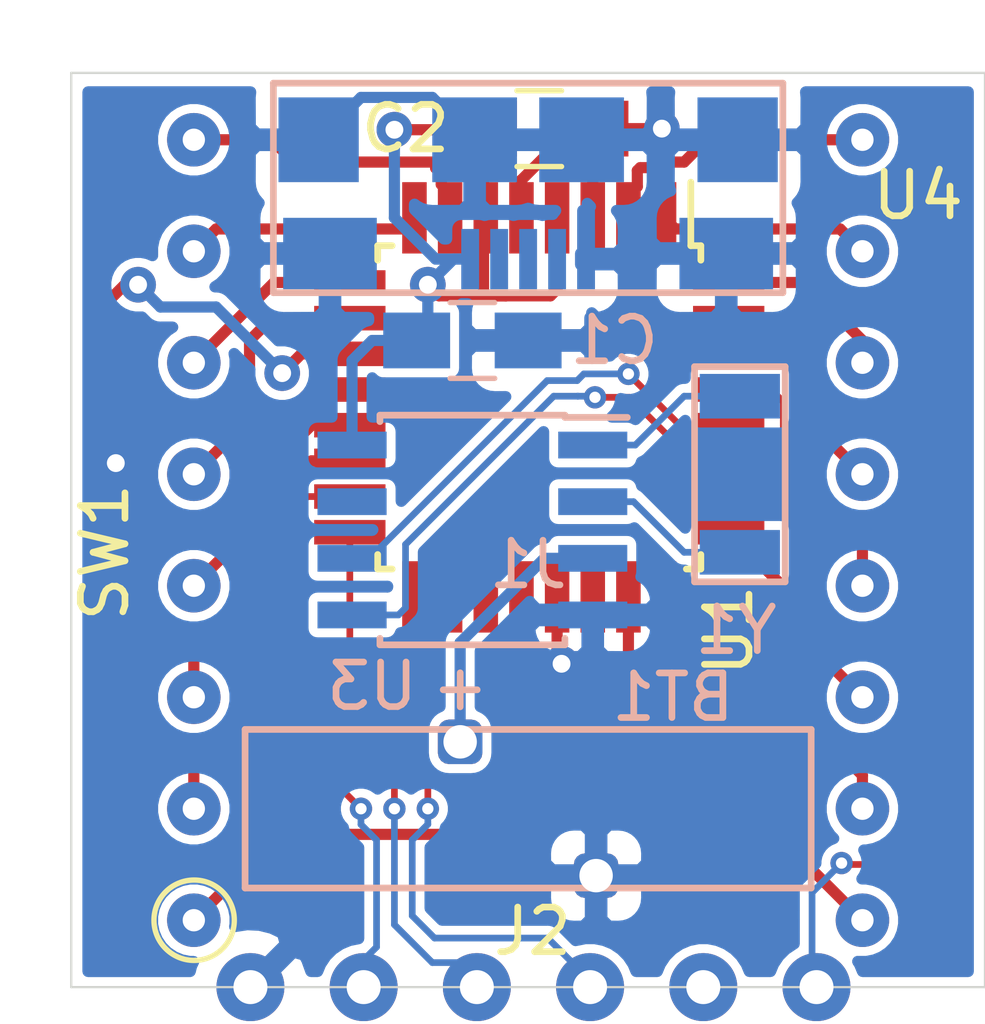
<source format=kicad_pcb>
(kicad_pcb (version 20171130) (host pcbnew "(5.1.8)-1")

  (general
    (thickness 1.6)
    (drawings 4)
    (tracks 193)
    (zones 0)
    (modules 10)
    (nets 29)
  )

  (page A4)
  (layers
    (0 F.Cu signal)
    (31 B.Cu signal)
    (32 B.Adhes user)
    (33 F.Adhes user)
    (34 B.Paste user)
    (35 F.Paste user)
    (36 B.SilkS user)
    (37 F.SilkS user)
    (38 B.Mask user)
    (39 F.Mask user)
    (40 Dwgs.User user)
    (41 Cmts.User user)
    (42 Eco1.User user)
    (43 Eco2.User user)
    (44 Edge.Cuts user)
    (45 Margin user)
    (46 B.CrtYd user)
    (47 F.CrtYd user)
    (48 B.Fab user hide)
    (49 F.Fab user hide)
  )

  (setup
    (last_trace_width 0.25)
    (user_trace_width 0.15)
    (trace_clearance 0.2)
    (zone_clearance 0.2)
    (zone_45_only no)
    (trace_min 0.15)
    (via_size 0.8)
    (via_drill 0.4)
    (via_min_size 0.4)
    (via_min_drill 0.254)
    (user_via 0.5 0.254)
    (uvia_size 0.3)
    (uvia_drill 0.1)
    (uvias_allowed no)
    (uvia_min_size 0.2)
    (uvia_min_drill 0.1)
    (edge_width 0.05)
    (segment_width 0.2)
    (pcb_text_width 0.3)
    (pcb_text_size 1.5 1.5)
    (mod_edge_width 0.12)
    (mod_text_size 1 1)
    (mod_text_width 0.15)
    (pad_size 1.524 1.524)
    (pad_drill 0.762)
    (pad_to_mask_clearance 0)
    (aux_axis_origin 0 0)
    (grid_origin 151.1 102.8)
    (visible_elements 7FFFFFFF)
    (pcbplotparams
      (layerselection 0x010fc_ffffffff)
      (usegerberextensions false)
      (usegerberattributes true)
      (usegerberadvancedattributes true)
      (creategerberjobfile true)
      (excludeedgelayer true)
      (linewidth 0.100000)
      (plotframeref false)
      (viasonmask false)
      (mode 1)
      (useauxorigin false)
      (hpglpennumber 1)
      (hpglpenspeed 20)
      (hpglpendiameter 15.000000)
      (psnegative false)
      (psa4output false)
      (plotreference true)
      (plotvalue true)
      (plotinvisibletext false)
      (padsonsilk false)
      (subtractmaskfromsilk false)
      (outputformat 1)
      (mirror false)
      (drillshape 1)
      (scaleselection 1)
      (outputdirectory ""))
  )

  (net 0 "")
  (net 1 +5V)
  (net 2 GND)
  (net 3 /RST)
  (net 4 /MOSI)
  (net 5 /SCK)
  (net 6 /MISO)
  (net 7 "Net-(SW1-Pad1)")
  (net 8 /SDA)
  (net 9 /SCL)
  (net 10 "Net-(U3-Pad1)")
  (net 11 "Net-(U3-Pad2)")
  (net 12 "Net-(BT1-Pad1)")
  (net 13 /1)
  (net 14 /2)
  (net 15 /7)
  (net 16 /8)
  (net 17 /9)
  (net 18 /10)
  (net 19 /12)
  (net 20 /13)
  (net 21 /14)
  (net 22 /23)
  (net 23 /24)
  (net 24 /25)
  (net 25 /26)
  (net 26 /30)
  (net 27 /31)
  (net 28 /32)

  (net_class Default "This is the default net class."
    (clearance 0.2)
    (trace_width 0.25)
    (via_dia 0.8)
    (via_drill 0.4)
    (uvia_dia 0.3)
    (uvia_drill 0.1)
    (add_net +5V)
    (add_net /1)
    (add_net /10)
    (add_net /12)
    (add_net /13)
    (add_net /14)
    (add_net /2)
    (add_net /23)
    (add_net /24)
    (add_net /25)
    (add_net /26)
    (add_net /30)
    (add_net /31)
    (add_net /32)
    (add_net /7)
    (add_net /8)
    (add_net /9)
    (add_net /MISO)
    (add_net /MOSI)
    (add_net /RST)
    (add_net /SCK)
    (add_net /SCL)
    (add_net /SDA)
    (add_net GND)
    (add_net "Net-(BT1-Pad1)")
    (add_net "Net-(SW1-Pad1)")
    (add_net "Net-(U3-Pad1)")
    (add_net "Net-(U3-Pad2)")
  )

  (module "MicroWordClockTut:NanoT BS" (layer F.Cu) (tedit 6041B76D) (tstamp 6041C9E3)
    (at 124 101.25 270)
    (path /6044E743)
    (fp_text reference SW1 (at 4 0 90) (layer F.SilkS)
      (effects (font (size 1 1) (thickness 0.15)))
    )
    (fp_text value SW_SPST_2PIN (at 0 -3.81 90) (layer F.Fab)
      (effects (font (size 1 1) (thickness 0.15)))
    )
    (fp_text user "BOARD EDGE" (at 0.4 1.5 90) (layer F.Fab)
      (effects (font (size 1 1) (thickness 0.15)))
    )
    (fp_line (start -1.27 0.75) (end 1.27 0.75) (layer F.Fab) (width 0.15))
    (fp_line (start -1.4 0.6) (end -1.4 -0.5) (layer F.CrtYd) (width 0.12))
    (fp_line (start -1.4 -0.5) (end 1.4 -0.5) (layer F.CrtYd) (width 0.12))
    (fp_line (start 1.4 -0.5) (end 1.4 0.6) (layer F.CrtYd) (width 0.12))
    (fp_line (start 1.4 0.6) (end -1.4 0.6) (layer F.CrtYd) (width 0.12))
    (pad 2 smd rect (at 1.05 0 270) (size 0.45 0.7) (layers F.Cu F.Paste F.Mask)
      (net 2 GND))
    (pad 1 smd rect (at -1.05 0 270) (size 0.45 0.7) (layers F.Cu F.Paste F.Mask)
      (net 7 "Net-(SW1-Pad1)"))
  )

  (module "MicroWordClockTut:side connector" (layer F.Cu) (tedit 6040F53B) (tstamp 601EED3E)
    (at 133.62 115 180)
    (path /601F2D0B)
    (fp_text reference J2 (at 0.02 1.25) (layer F.SilkS)
      (effects (font (size 1 1) (thickness 0.15)))
    )
    (fp_text value Conn_02x03_Male (at 0.02 -2) (layer F.Fab)
      (effects (font (size 1 1) (thickness 0.15)))
    )
    (fp_line (start -7.62 0) (end 7.62 0) (layer F.Fab) (width 0.15))
    (fp_text user "BOARD EDGE" (at 0 0) (layer F.Fab)
      (effects (font (size 1 1) (thickness 0.15)))
    )
    (pad 2 thru_hole circle (at -3.81 0 180) (size 1.524 1.524) (drill 0.762) (layers *.Cu *.Mask)
      (net 1 +5V))
    (pad 6 thru_hole circle (at 6.35 0 180) (size 1.524 1.524) (drill 0.762) (layers *.Cu *.Mask)
      (net 2 GND))
    (pad 5 thru_hole circle (at 3.81 0 180) (size 1.524 1.524) (drill 0.762) (layers *.Cu *.Mask)
      (net 4 /MOSI))
    (pad 4 thru_hole circle (at 1.27 0 180) (size 1.524 1.524) (drill 0.762) (layers *.Cu *.Mask)
      (net 6 /MISO))
    (pad 1 thru_hole circle (at -6.35 0 180) (size 1.524 1.524) (drill 0.762) (layers *.Cu *.Mask)
      (net 3 /RST))
    (pad 3 thru_hole circle (at -1.27 0 180) (size 1.524 1.524) (drill 0.762) (layers *.Cu *.Mask)
      (net 5 /SCK))
  )

  (module MicroWordClockTut:KWM-20882XVB (layer F.Cu) (tedit 603F05A3) (tstamp 601F0882)
    (at 133.5 113.5 180)
    (path /6023A48C)
    (fp_text reference U4 (at -8.75 16.25) (layer F.SilkS)
      (effects (font (size 1 1) (thickness 0.15)))
    )
    (fp_text value 8x8_LED_MATRIX (at 9 9 90) (layer F.Fab)
      (effects (font (size 1 1) (thickness 0.15)))
    )
    (fp_line (start -10 -1.25) (end 10 -1.25) (layer F.CrtYd) (width 0.12))
    (fp_line (start 10 -1.25) (end 10 18.75) (layer F.CrtYd) (width 0.12))
    (fp_line (start 10 18.75) (end -10 18.75) (layer F.CrtYd) (width 0.12))
    (fp_line (start -10 18.75) (end -10 -1.25) (layer F.CrtYd) (width 0.12))
    (fp_line (start -10 -1.25) (end 10 -1.25) (layer F.Fab) (width 0.12))
    (fp_line (start 10 -1.25) (end 10 18.75) (layer F.Fab) (width 0.12))
    (fp_line (start 10 18.75) (end -10 18.75) (layer F.Fab) (width 0.12))
    (fp_line (start -10 18.75) (end -10 -1.25) (layer F.Fab) (width 0.12))
    (fp_circle (center 7.493 0) (end 8.394388 0) (layer F.SilkS) (width 0.12))
    (fp_text user "PIN 16" (at -5.5 0) (layer F.Fab)
      (effects (font (size 1 1) (thickness 0.15)))
    )
    (fp_text user "PIN 9" (at -6 17.5) (layer F.Fab)
      (effects (font (size 1 1) (thickness 0.15)))
    )
    (fp_text user "PIN 8" (at 6 17.5) (layer F.Fab)
      (effects (font (size 1 1) (thickness 0.15)))
    )
    (fp_text user "PIN 1" (at 5.5 0) (layer F.Fab)
      (effects (font (size 1 1) (thickness 0.15)))
    )
    (pad R7 thru_hole circle (at -7.5 15 180) (size 1.2 1.2) (drill 0.5) (layers *.Cu *.Mask)
      (net 13 /1))
    (pad R5 thru_hole circle (at -7.5 10 180) (size 1.2 1.2) (drill 0.5) (layers *.Cu *.Mask)
      (net 27 /31))
    (pad C6 thru_hole circle (at -7.5 2.5 180) (size 1.2 1.2) (drill 0.5) (layers *.Cu *.Mask)
      (net 24 /25))
    (pad C7 thru_hole circle (at -7.5 5 180) (size 1.2 1.2) (drill 0.5) (layers *.Cu *.Mask)
      (net 25 /26))
    (pad C8 thru_hole circle (at -7.5 7.5 180) (size 1.2 1.2) (drill 0.5) (layers *.Cu *.Mask)
      (net 26 /30))
    (pad C5 thru_hole circle (at -7.5 0 180) (size 1.2 1.2) (drill 0.5) (layers *.Cu *.Mask)
      (net 23 /24))
    (pad R6 thru_hole circle (at -7.5 12.5 180) (size 1.2 1.2) (drill 0.5) (layers *.Cu *.Mask)
      (net 28 /32))
    (pad R8 thru_hole circle (at -7.5 17.5 180) (size 1.2 1.2) (drill 0.5) (layers *.Cu *.Mask)
      (net 14 /2))
    (pad C4 thru_hole circle (at 7.5 17.5 180) (size 1.2 1.2) (drill 0.5) (layers *.Cu *.Mask)
      (net 15 /7))
    (pad C3 thru_hole circle (at 7.5 15 180) (size 1.2 1.2) (drill 0.5) (layers *.Cu *.Mask)
      (net 16 /8))
    (pad C2 thru_hole circle (at 7.5 12.5 180) (size 1.2 1.2) (drill 0.5) (layers *.Cu *.Mask)
      (net 17 /9))
    (pad C1 thru_hole circle (at 7.5 10 180) (size 1.2 1.2) (drill 0.5) (layers *.Cu *.Mask)
      (net 18 /10))
    (pad R4 thru_hole circle (at 7.5 7.5 180) (size 1.2 1.2) (drill 0.5) (layers *.Cu *.Mask)
      (net 19 /12))
    (pad R3 thru_hole circle (at 7.5 5 180) (size 1.2 1.2) (drill 0.5) (layers *.Cu *.Mask)
      (net 20 /13))
    (pad R2 thru_hole circle (at 7.5 2.5 180) (size 1.2 1.2) (drill 0.5) (layers *.Cu *.Mask)
      (net 21 /14))
    (pad R1 thru_hole circle (at 7.5 0 180) (size 1.2 1.2) (drill 0.5) (layers *.Cu *.Mask)
      (net 22 /23))
  )

  (module MicroWordClockTut:10118192-0001LF (layer B.Cu) (tedit 60401626) (tstamp 603F0682)
    (at 133.5 96)
    (path /60408B14)
    (fp_text reference J1 (at 0 9.525) (layer B.SilkS)
      (effects (font (size 1 1) (thickness 0.15)) (justify mirror))
    )
    (fp_text value USB_B_Micro (at 0 10.795) (layer B.Fab)
      (effects (font (size 1 1) (thickness 0.15)) (justify mirror))
    )
    (fp_line (start -5.715 -1.45) (end 5.715 -1.45) (layer B.Fab) (width 0.15))
    (fp_line (start -5.715 -1.27) (end -5.715 3.429) (layer B.SilkS) (width 0.15))
    (fp_line (start 5.715 -1.27) (end -5.715 -1.27) (layer B.SilkS) (width 0.15))
    (fp_line (start 5.715 3.429) (end 5.715 -1.27) (layer B.SilkS) (width 0.15))
    (fp_line (start -5.715 3.429) (end 5.715 3.429) (layer B.SilkS) (width 0.15))
    (fp_text user "PCB EDGE LINE" (at 0 -2.286) (layer B.Fab)
      (effects (font (size 1 1) (thickness 0.15)) (justify mirror))
    )
    (pad 6 smd rect (at 4.445 2.55) (size 2.1 1.6) (layers B.Cu B.Paste B.Mask)
      (net 2 GND))
    (pad 6 smd rect (at 4.7 0) (size 1.8 1.9) (layers B.Cu B.Paste B.Mask)
      (net 2 GND))
    (pad 6 smd rect (at 1.2 0) (size 1.9 1.9) (layers B.Cu B.Paste B.Mask)
      (net 2 GND))
    (pad 6 smd rect (at -1.2 0) (size 1.9 1.9) (layers B.Cu B.Paste B.Mask)
      (net 2 GND))
    (pad 6 smd rect (at -4.7 0) (size 1.8 1.9) (layers B.Cu B.Paste B.Mask)
      (net 2 GND))
    (pad 6 smd rect (at -4.445 2.55) (size 2.1 1.6) (layers B.Cu B.Paste B.Mask)
      (net 2 GND))
    (pad 1 smd rect (at -1.3 2.675) (size 0.4 1.35) (layers B.Cu B.Paste B.Mask)
      (net 1 +5V))
    (pad 2 smd rect (at -0.65 2.675) (size 0.4 1.35) (layers B.Cu B.Paste B.Mask))
    (pad 4 smd rect (at 0.65 2.675) (size 0.4 1.35) (layers B.Cu B.Paste B.Mask))
    (pad 5 smd rect (at 1.3 2.675) (size 0.4 1.35) (layers B.Cu B.Paste B.Mask)
      (net 2 GND))
    (pad 3 smd rect (at 0 2.675) (size 0.4 1.35) (layers B.Cu B.Paste B.Mask))
  )

  (module "MicroWordClockTut:2-SMD XTAL CC7-T1A" (layer B.Cu) (tedit 6015A525) (tstamp 601EED8C)
    (at 138.25 103.5 270)
    (path /601E6EF7)
    (fp_text reference Y1 (at 3.5 0.085 180) (layer B.SilkS)
      (effects (font (size 1 1) (thickness 0.15)) (justify mirror))
    )
    (fp_text value Crystal (at 5.715 1.905 270) (layer B.Fab)
      (effects (font (size 1 1) (thickness 0.15)) (justify mirror))
    )
    (fp_line (start -2.413 -1.016) (end -2.413 1.016) (layer B.SilkS) (width 0.15))
    (fp_line (start 2.413 -1.016) (end -2.413 -1.016) (layer B.SilkS) (width 0.15))
    (fp_line (start 2.413 1.016) (end 2.413 -1.016) (layer B.SilkS) (width 0.15))
    (fp_line (start -2.413 1.016) (end 2.413 1.016) (layer B.SilkS) (width 0.15))
    (fp_line (start -1.6 -0.75) (end 1.6 -0.75) (layer B.Fab) (width 0.12))
    (fp_line (start -1.6 0.75) (end 1.6 0.75) (layer B.Fab) (width 0.12))
    (fp_line (start 1.6 0.75) (end 1.6 -0.75) (layer B.Fab) (width 0.12))
    (fp_line (start -1.6 0.75) (end -1.6 -0.75) (layer B.Fab) (width 0.12))
    (fp_line (start -2.54 1.143) (end 2.54 1.143) (layer B.CrtYd) (width 0.12))
    (fp_line (start 2.54 1.143) (end 2.54 -1.143) (layer B.CrtYd) (width 0.12))
    (fp_line (start 2.54 -1.143) (end -2.54 -1.143) (layer B.CrtYd) (width 0.12))
    (fp_line (start -2.54 -1.143) (end -2.54 1.143) (layer B.CrtYd) (width 0.12))
    (pad 2 smd rect (at 1.75 0 270) (size 1 1.8) (layers B.Cu B.Paste B.Mask)
      (net 11 "Net-(U3-Pad2)"))
    (pad 1 smd rect (at -1.75 0 270) (size 1 1.8) (layers B.Cu B.Paste B.Mask)
      (net 10 "Net-(U3-Pad1)"))
  )

  (module MicroWordClockTut:BR1225VCN locked (layer B.Cu) (tedit 603F0420) (tstamp 603F063F)
    (at 133.5 111)
    (path /60439C44)
    (fp_text reference BT1 (at 3.25 -2.5 180) (layer B.SilkS)
      (effects (font (size 1 1) (thickness 0.15)) (justify mirror))
    )
    (fp_text value Battery_Cell (at 0.254 4.318 180) (layer B.Fab)
      (effects (font (size 1 1) (thickness 0.15)) (justify mirror))
    )
    (fp_line (start -1.905 -2.667) (end -1.143 -2.667) (layer B.SilkS) (width 0.15))
    (fp_line (start -1.524 -2.286) (end -1.524 -3.048) (layer B.SilkS) (width 0.15))
    (fp_line (start -6.35 1.778) (end -6.35 -1.778) (layer B.SilkS) (width 0.15))
    (fp_line (start 6.35 1.778) (end -6.35 1.778) (layer B.SilkS) (width 0.15))
    (fp_line (start 6.35 -1.778) (end 6.35 1.778) (layer B.SilkS) (width 0.15))
    (fp_line (start -6.35 -1.778) (end 6.35 -1.778) (layer B.SilkS) (width 0.15))
    (fp_line (start -6.3 1.5) (end -6.3 -1.5) (layer B.CrtYd) (width 0.12))
    (fp_line (start 6.3 1.5) (end 6.3 -1.5) (layer B.CrtYd) (width 0.12))
    (fp_line (start -6.3 1.5) (end 6.3 1.5) (layer B.CrtYd) (width 0.12))
    (fp_line (start -6.3 -1.5) (end 6.3 -1.5) (layer B.CrtYd) (width 0.12))
    (pad 2 thru_hole roundrect (at 1.525 1.5) (size 1 1) (drill 0.75) (layers *.Cu *.Mask) (roundrect_rratio 0.25)
      (net 2 GND))
    (pad 1 thru_hole roundrect (at -1.525 -1.5) (size 1 1) (drill 0.75) (layers *.Cu *.Mask) (roundrect_rratio 0.25)
      (net 12 "Net-(BT1-Pad1)"))
  )

  (module Housings_SOIC:SOIC-8_3.9x4.9mm_Pitch1.27mm (layer B.Cu) (tedit 58CD0CDA) (tstamp 601EED7A)
    (at 132.25 104.75 180)
    (descr "8-Lead Plastic Small Outline (SN) - Narrow, 3.90 mm Body [SOIC] (see Microchip Packaging Specification 00000049BS.pdf)")
    (tags "SOIC 1.27")
    (path /601E2121)
    (attr smd)
    (fp_text reference U3 (at 2.25 -3.505) (layer B.SilkS)
      (effects (font (size 1 1) (thickness 0.15)) (justify mirror))
    )
    (fp_text value DS1307Z+ (at 0 -3.5) (layer B.Fab)
      (effects (font (size 1 1) (thickness 0.15)) (justify mirror))
    )
    (fp_line (start -2.075 2.525) (end -3.475 2.525) (layer B.SilkS) (width 0.15))
    (fp_line (start -2.075 -2.575) (end 2.075 -2.575) (layer B.SilkS) (width 0.15))
    (fp_line (start -2.075 2.575) (end 2.075 2.575) (layer B.SilkS) (width 0.15))
    (fp_line (start -2.075 -2.575) (end -2.075 -2.43) (layer B.SilkS) (width 0.15))
    (fp_line (start 2.075 -2.575) (end 2.075 -2.43) (layer B.SilkS) (width 0.15))
    (fp_line (start 2.075 2.575) (end 2.075 2.43) (layer B.SilkS) (width 0.15))
    (fp_line (start -2.075 2.575) (end -2.075 2.525) (layer B.SilkS) (width 0.15))
    (fp_line (start -3.73 -2.7) (end 3.73 -2.7) (layer B.CrtYd) (width 0.05))
    (fp_line (start -3.73 2.7) (end 3.73 2.7) (layer B.CrtYd) (width 0.05))
    (fp_line (start 3.73 2.7) (end 3.73 -2.7) (layer B.CrtYd) (width 0.05))
    (fp_line (start -3.73 2.7) (end -3.73 -2.7) (layer B.CrtYd) (width 0.05))
    (fp_line (start -1.95 1.45) (end -0.95 2.45) (layer B.Fab) (width 0.1))
    (fp_line (start -1.95 -2.45) (end -1.95 1.45) (layer B.Fab) (width 0.1))
    (fp_line (start 1.95 -2.45) (end -1.95 -2.45) (layer B.Fab) (width 0.1))
    (fp_line (start 1.95 2.45) (end 1.95 -2.45) (layer B.Fab) (width 0.1))
    (fp_line (start -0.95 2.45) (end 1.95 2.45) (layer B.Fab) (width 0.1))
    (fp_text user %R (at -0.355 0.005) (layer B.Fab)
      (effects (font (size 1 1) (thickness 0.15)) (justify mirror))
    )
    (pad 1 smd rect (at -2.7 1.905 180) (size 1.55 0.6) (layers B.Cu B.Paste B.Mask)
      (net 10 "Net-(U3-Pad1)"))
    (pad 2 smd rect (at -2.7 0.635 180) (size 1.55 0.6) (layers B.Cu B.Paste B.Mask)
      (net 11 "Net-(U3-Pad2)"))
    (pad 3 smd rect (at -2.7 -0.635 180) (size 1.55 0.6) (layers B.Cu B.Paste B.Mask)
      (net 12 "Net-(BT1-Pad1)"))
    (pad 4 smd rect (at -2.7 -1.905 180) (size 1.55 0.6) (layers B.Cu B.Paste B.Mask)
      (net 2 GND))
    (pad 5 smd rect (at 2.7 -1.905 180) (size 1.55 0.6) (layers B.Cu B.Paste B.Mask)
      (net 8 /SDA))
    (pad 6 smd rect (at 2.7 -0.635 180) (size 1.55 0.6) (layers B.Cu B.Paste B.Mask)
      (net 9 /SCL))
    (pad 7 smd rect (at 2.7 0.635 180) (size 1.55 0.6) (layers B.Cu B.Paste B.Mask))
    (pad 8 smd rect (at 2.7 1.905 180) (size 1.55 0.6) (layers B.Cu B.Paste B.Mask)
      (net 1 +5V))
    (model ${KISYS3DMOD}/Housings_SOIC.3dshapes/SOIC-8_3.9x4.9mm_Pitch1.27mm.wrl
      (at (xyz 0 0 0))
      (scale (xyz 1 1 1))
      (rotate (xyz 0 0 0))
    )
  )

  (module Housings_QFP:TQFP-32_7x7mm_Pitch0.8mm (layer F.Cu) (tedit 58CC9A48) (tstamp 601EED56)
    (at 133.75 102 270)
    (descr "32-Lead Plastic Thin Quad Flatpack (PT) - 7x7x1.0 mm Body, 2.00 mm [TQFP] (see Microchip Packaging Specification 00000049BS.pdf)")
    (tags "QFP 0.8")
    (path /601D2DBF)
    (attr smd)
    (fp_text reference U1 (at 5 -4.25 90) (layer F.SilkS)
      (effects (font (size 1 1) (thickness 0.15)))
    )
    (fp_text value ATmega328P-AU (at 0 6.05 90) (layer F.Fab)
      (effects (font (size 1 1) (thickness 0.15)))
    )
    (fp_line (start -3.625 -3.4) (end -5.05 -3.4) (layer F.SilkS) (width 0.15))
    (fp_line (start 3.625 -3.625) (end 3.3 -3.625) (layer F.SilkS) (width 0.15))
    (fp_line (start 3.625 3.625) (end 3.3 3.625) (layer F.SilkS) (width 0.15))
    (fp_line (start -3.625 3.625) (end -3.3 3.625) (layer F.SilkS) (width 0.15))
    (fp_line (start -3.625 -3.625) (end -3.3 -3.625) (layer F.SilkS) (width 0.15))
    (fp_line (start -3.625 3.625) (end -3.625 3.3) (layer F.SilkS) (width 0.15))
    (fp_line (start 3.625 3.625) (end 3.625 3.3) (layer F.SilkS) (width 0.15))
    (fp_line (start 3.625 -3.625) (end 3.625 -3.3) (layer F.SilkS) (width 0.15))
    (fp_line (start -3.625 -3.625) (end -3.625 -3.4) (layer F.SilkS) (width 0.15))
    (fp_line (start -5.3 5.3) (end 5.3 5.3) (layer F.CrtYd) (width 0.05))
    (fp_line (start -5.3 -5.3) (end 5.3 -5.3) (layer F.CrtYd) (width 0.05))
    (fp_line (start 5.3 -5.3) (end 5.3 5.3) (layer F.CrtYd) (width 0.05))
    (fp_line (start -5.3 -5.3) (end -5.3 5.3) (layer F.CrtYd) (width 0.05))
    (fp_line (start -3.5 -2.5) (end -2.5 -3.5) (layer F.Fab) (width 0.15))
    (fp_line (start -3.5 3.5) (end -3.5 -2.5) (layer F.Fab) (width 0.15))
    (fp_line (start 3.5 3.5) (end -3.5 3.5) (layer F.Fab) (width 0.15))
    (fp_line (start 3.5 -3.5) (end 3.5 3.5) (layer F.Fab) (width 0.15))
    (fp_line (start -2.5 -3.5) (end 3.5 -3.5) (layer F.Fab) (width 0.15))
    (fp_text user %R (at 0 0 90) (layer F.Fab)
      (effects (font (size 1 1) (thickness 0.15)))
    )
    (pad 1 smd rect (at -4.25 -2.8 270) (size 1.6 0.55) (layers F.Cu F.Paste F.Mask)
      (net 13 /1))
    (pad 2 smd rect (at -4.25 -2 270) (size 1.6 0.55) (layers F.Cu F.Paste F.Mask)
      (net 14 /2))
    (pad 3 smd rect (at -4.25 -1.2 270) (size 1.6 0.55) (layers F.Cu F.Paste F.Mask)
      (net 2 GND))
    (pad 4 smd rect (at -4.25 -0.4 270) (size 1.6 0.55) (layers F.Cu F.Paste F.Mask)
      (net 1 +5V))
    (pad 5 smd rect (at -4.25 0.4 270) (size 1.6 0.55) (layers F.Cu F.Paste F.Mask)
      (net 2 GND))
    (pad 6 smd rect (at -4.25 1.2 270) (size 1.6 0.55) (layers F.Cu F.Paste F.Mask)
      (net 1 +5V))
    (pad 7 smd rect (at -4.25 2 270) (size 1.6 0.55) (layers F.Cu F.Paste F.Mask)
      (net 15 /7))
    (pad 8 smd rect (at -4.25 2.8 270) (size 1.6 0.55) (layers F.Cu F.Paste F.Mask)
      (net 16 /8))
    (pad 9 smd rect (at -2.8 4.25) (size 1.6 0.55) (layers F.Cu F.Paste F.Mask)
      (net 17 /9))
    (pad 10 smd rect (at -2 4.25) (size 1.6 0.55) (layers F.Cu F.Paste F.Mask)
      (net 18 /10))
    (pad 11 smd rect (at -1.2 4.25) (size 1.6 0.55) (layers F.Cu F.Paste F.Mask)
      (net 7 "Net-(SW1-Pad1)"))
    (pad 12 smd rect (at -0.4 4.25) (size 1.6 0.55) (layers F.Cu F.Paste F.Mask)
      (net 19 /12))
    (pad 13 smd rect (at 0.4 4.25) (size 1.6 0.55) (layers F.Cu F.Paste F.Mask)
      (net 20 /13))
    (pad 14 smd rect (at 1.2 4.25) (size 1.6 0.55) (layers F.Cu F.Paste F.Mask)
      (net 21 /14))
    (pad 15 smd rect (at 2 4.25) (size 1.6 0.55) (layers F.Cu F.Paste F.Mask)
      (net 4 /MOSI))
    (pad 16 smd rect (at 2.8 4.25) (size 1.6 0.55) (layers F.Cu F.Paste F.Mask)
      (net 6 /MISO))
    (pad 17 smd rect (at 4.25 2.8 270) (size 1.6 0.55) (layers F.Cu F.Paste F.Mask)
      (net 5 /SCK))
    (pad 18 smd rect (at 4.25 2 270) (size 1.6 0.55) (layers F.Cu F.Paste F.Mask))
    (pad 19 smd rect (at 4.25 1.2 270) (size 1.6 0.55) (layers F.Cu F.Paste F.Mask))
    (pad 20 smd rect (at 4.25 0.4 270) (size 1.6 0.55) (layers F.Cu F.Paste F.Mask))
    (pad 21 smd rect (at 4.25 -0.4 270) (size 1.6 0.55) (layers F.Cu F.Paste F.Mask)
      (net 2 GND))
    (pad 22 smd rect (at 4.25 -1.2 270) (size 1.6 0.55) (layers F.Cu F.Paste F.Mask))
    (pad 23 smd rect (at 4.25 -2 270) (size 1.6 0.55) (layers F.Cu F.Paste F.Mask)
      (net 22 /23))
    (pad 24 smd rect (at 4.25 -2.8 270) (size 1.6 0.55) (layers F.Cu F.Paste F.Mask)
      (net 23 /24))
    (pad 25 smd rect (at 2.8 -4.25) (size 1.6 0.55) (layers F.Cu F.Paste F.Mask)
      (net 24 /25))
    (pad 26 smd rect (at 2 -4.25) (size 1.6 0.55) (layers F.Cu F.Paste F.Mask)
      (net 25 /26))
    (pad 27 smd rect (at 1.2 -4.25) (size 1.6 0.55) (layers F.Cu F.Paste F.Mask)
      (net 8 /SDA))
    (pad 28 smd rect (at 0.4 -4.25) (size 1.6 0.55) (layers F.Cu F.Paste F.Mask)
      (net 9 /SCL))
    (pad 29 smd rect (at -0.4 -4.25) (size 1.6 0.55) (layers F.Cu F.Paste F.Mask)
      (net 3 /RST))
    (pad 30 smd rect (at -1.2 -4.25) (size 1.6 0.55) (layers F.Cu F.Paste F.Mask)
      (net 26 /30))
    (pad 31 smd rect (at -2 -4.25) (size 1.6 0.55) (layers F.Cu F.Paste F.Mask)
      (net 27 /31))
    (pad 32 smd rect (at -2.8 -4.25) (size 1.6 0.55) (layers F.Cu F.Paste F.Mask)
      (net 28 /32))
    (model ${KISYS3DMOD}/Housings_QFP.3dshapes/TQFP-32_7x7mm_Pitch0.8mm.wrl
      (at (xyz 0 0 0))
      (scale (xyz 1 1 1))
      (rotate (xyz 0 0 0))
    )
  )

  (module Capacitors_SMD:C_0805_HandSoldering (layer F.Cu) (tedit 58AA84A8) (tstamp 601EED15)
    (at 133.75 95.75)
    (descr "Capacitor SMD 0805, hand soldering")
    (tags "capacitor 0805")
    (path /601DC64B)
    (attr smd)
    (fp_text reference C2 (at -3 0 180) (layer F.SilkS)
      (effects (font (size 1 1) (thickness 0.15)))
    )
    (fp_text value C (at 0 1.75) (layer F.Fab)
      (effects (font (size 1 1) (thickness 0.15)))
    )
    (fp_line (start 2.25 0.87) (end -2.25 0.87) (layer F.CrtYd) (width 0.05))
    (fp_line (start 2.25 0.87) (end 2.25 -0.88) (layer F.CrtYd) (width 0.05))
    (fp_line (start -2.25 -0.88) (end -2.25 0.87) (layer F.CrtYd) (width 0.05))
    (fp_line (start -2.25 -0.88) (end 2.25 -0.88) (layer F.CrtYd) (width 0.05))
    (fp_line (start -0.5 0.85) (end 0.5 0.85) (layer F.SilkS) (width 0.12))
    (fp_line (start 0.5 -0.85) (end -0.5 -0.85) (layer F.SilkS) (width 0.12))
    (fp_line (start -1 -0.62) (end 1 -0.62) (layer F.Fab) (width 0.1))
    (fp_line (start 1 -0.62) (end 1 0.62) (layer F.Fab) (width 0.1))
    (fp_line (start 1 0.62) (end -1 0.62) (layer F.Fab) (width 0.1))
    (fp_line (start -1 0.62) (end -1 -0.62) (layer F.Fab) (width 0.1))
    (fp_text user %R (at 0 -1.75) (layer F.Fab)
      (effects (font (size 1 1) (thickness 0.15)))
    )
    (pad 1 smd rect (at -1.25 0) (size 1.5 1.25) (layers F.Cu F.Paste F.Mask)
      (net 1 +5V))
    (pad 2 smd rect (at 1.25 0) (size 1.5 1.25) (layers F.Cu F.Paste F.Mask)
      (net 2 GND))
    (model Capacitors_SMD.3dshapes/C_0805.wrl
      (at (xyz 0 0 0))
      (scale (xyz 1 1 1))
      (rotate (xyz 0 0 0))
    )
  )

  (module Capacitors_SMD:C_0805_HandSoldering (layer B.Cu) (tedit 58AA84A8) (tstamp 601EED12)
    (at 132.25 100.5)
    (descr "Capacitor SMD 0805, hand soldering")
    (tags "capacitor 0805")
    (path /601DB948)
    (attr smd)
    (fp_text reference C1 (at 3.181981 0) (layer B.SilkS)
      (effects (font (size 1 1) (thickness 0.15)) (justify mirror))
    )
    (fp_text value C (at 0 -1.75) (layer B.Fab)
      (effects (font (size 1 1) (thickness 0.15)) (justify mirror))
    )
    (fp_line (start 2.25 -0.87) (end -2.25 -0.87) (layer B.CrtYd) (width 0.05))
    (fp_line (start 2.25 -0.87) (end 2.25 0.88) (layer B.CrtYd) (width 0.05))
    (fp_line (start -2.25 0.88) (end -2.25 -0.87) (layer B.CrtYd) (width 0.05))
    (fp_line (start -2.25 0.88) (end 2.25 0.88) (layer B.CrtYd) (width 0.05))
    (fp_line (start -0.5 -0.85) (end 0.5 -0.85) (layer B.SilkS) (width 0.12))
    (fp_line (start 0.5 0.85) (end -0.5 0.85) (layer B.SilkS) (width 0.12))
    (fp_line (start -1 0.62) (end 1 0.62) (layer B.Fab) (width 0.1))
    (fp_line (start 1 0.62) (end 1 -0.62) (layer B.Fab) (width 0.1))
    (fp_line (start 1 -0.62) (end -1 -0.62) (layer B.Fab) (width 0.1))
    (fp_line (start -1 -0.62) (end -1 0.62) (layer B.Fab) (width 0.1))
    (fp_text user %R (at 0 1.75) (layer B.Fab)
      (effects (font (size 1 1) (thickness 0.15)) (justify mirror))
    )
    (pad 1 smd rect (at -1.25 0) (size 1.5 1.25) (layers B.Cu B.Paste B.Mask)
      (net 1 +5V))
    (pad 2 smd rect (at 1.25 0) (size 1.5 1.25) (layers B.Cu B.Paste B.Mask)
      (net 2 GND))
    (model Capacitors_SMD.3dshapes/C_0805.wrl
      (at (xyz 0 0 0))
      (scale (xyz 1 1 1))
      (rotate (xyz 0 0 0))
    )
  )

  (gr_line (start 123.25 115) (end 123.25 94.5) (layer Edge.Cuts) (width 0.05) (tstamp 601F0A50))
  (gr_line (start 143.75 115) (end 123.25 115) (layer Edge.Cuts) (width 0.05))
  (gr_line (start 143.75 94.5) (end 143.75 115) (layer Edge.Cuts) (width 0.05))
  (gr_line (start 123.25 94.5) (end 143.75 94.5) (layer Edge.Cuts) (width 0.05))

  (segment (start 134.15 98) (end 134.15 99.35) (width 0.25) (layer F.Cu) (net 1))
  (segment (start 134.15 99.35) (end 134 99.5) (width 0.25) (layer F.Cu) (net 1))
  (segment (start 134 99.5) (end 133 99.5) (width 0.25) (layer F.Cu) (net 1))
  (via (at 130.5 95.77499) (size 0.8) (drill 0.4) (layers F.Cu B.Cu) (net 1))
  (segment (start 130.5 97.75) (end 130.5 95.77499) (width 0.25) (layer B.Cu) (net 1))
  (segment (start 131.425 98.675) (end 130.5 97.75) (width 0.25) (layer B.Cu) (net 1))
  (segment (start 132.2 98.675) (end 131.425 98.675) (width 0.25) (layer B.Cu) (net 1))
  (segment (start 132.02499 95.77499) (end 130.5 95.77499) (width 0.25) (layer F.Cu) (net 1))
  (segment (start 132.5 96.25) (end 132.02499 95.77499) (width 0.25) (layer F.Cu) (net 1))
  (segment (start 132.5 99.5) (end 132.5 96.25) (width 0.25) (layer F.Cu) (net 1))
  (segment (start 133 99.5) (end 132.5 99.5) (width 0.25) (layer F.Cu) (net 1))
  (segment (start 129.55 102.845) (end 129.55 100.95) (width 0.25) (layer B.Cu) (net 1))
  (segment (start 131.825 98.675) (end 131.25 99.25) (width 0.25) (layer B.Cu) (net 1))
  (segment (start 132.2 98.675) (end 131.825 98.675) (width 0.25) (layer B.Cu) (net 1))
  (segment (start 131.5 99.5) (end 131.25 99.25) (width 0.25) (layer F.Cu) (net 1))
  (segment (start 133 99.5) (end 131.5 99.5) (width 0.25) (layer F.Cu) (net 1))
  (via (at 131.25 99.25) (size 0.8) (drill 0.4) (layers F.Cu B.Cu) (net 1))
  (segment (start 131.25 100.25) (end 131 100.5) (width 0.25) (layer B.Cu) (net 1))
  (segment (start 131.25 99.25) (end 131.25 100.25) (width 0.25) (layer B.Cu) (net 1))
  (segment (start 130 100.5) (end 131 100.5) (width 0.25) (layer B.Cu) (net 1))
  (segment (start 129.55 100.95) (end 130 100.5) (width 0.25) (layer B.Cu) (net 1))
  (segment (start 133.35 96.9) (end 134.5 95.75) (width 0.25) (layer F.Cu) (net 2))
  (segment (start 133.35 98) (end 133.35 96.9) (width 0.25) (layer F.Cu) (net 2))
  (segment (start 134.95 96.2) (end 134.5 95.75) (width 0.25) (layer F.Cu) (net 2))
  (segment (start 134.95 98) (end 134.95 96.2) (width 0.25) (layer F.Cu) (net 2))
  (segment (start 128.8 96) (end 129.750011 95.049989) (width 0.25) (layer B.Cu) (net 2))
  (segment (start 131.349989 95.049989) (end 132.3 96) (width 0.25) (layer B.Cu) (net 2))
  (segment (start 129.750011 95.049989) (end 131.349989 95.049989) (width 0.25) (layer B.Cu) (net 2))
  (via (at 136.5 95.75) (size 0.8) (drill 0.4) (layers F.Cu B.Cu) (net 2))
  (segment (start 134.5 95.75) (end 136.5 95.75) (width 0.25) (layer F.Cu) (net 2))
  (via (at 124.25 103.25) (size 0.8) (drill 0.4) (layers F.Cu B.Cu) (net 2))
  (segment (start 134.15 106.25) (end 134.15 107.65) (width 0.25) (layer F.Cu) (net 2))
  (via (at 134.25 107.75) (size 0.8) (drill 0.4) (layers F.Cu B.Cu) (net 2))
  (segment (start 134.15 107.65) (end 134.25 107.75) (width 0.25) (layer F.Cu) (net 2))
  (segment (start 124.25 102.55) (end 124.25 103.25) (width 0.25) (layer F.Cu) (net 2))
  (segment (start 124 102.3) (end 124.25 102.55) (width 0.25) (layer F.Cu) (net 2))
  (via (at 140.531587 112.218413) (size 0.5) (drill 0.254) (layers F.Cu B.Cu) (net 3))
  (segment (start 139.87 112.88) (end 139.87 114.44999) (width 0.15) (layer B.Cu) (net 3))
  (segment (start 140.531587 112.218413) (end 139.87 112.88) (width 0.15) (layer B.Cu) (net 3))
  (segment (start 141.75 112.25) (end 140.5 112.25) (width 0.15) (layer F.Cu) (net 3))
  (segment (start 140.5 112.25) (end 140.531587 112.218413) (width 0.15) (layer F.Cu) (net 3))
  (segment (start 142.25 111.75) (end 141.75 112.25) (width 0.15) (layer F.Cu) (net 3))
  (segment (start 142.25 107.75) (end 142.25 111.75) (width 0.15) (layer F.Cu) (net 3))
  (segment (start 140.5 107.25) (end 141.75 107.25) (width 0.15) (layer F.Cu) (net 3))
  (segment (start 140.100022 104.647911) (end 140.100022 106.850022) (width 0.15) (layer F.Cu) (net 3))
  (segment (start 141.75 107.25) (end 142.25 107.75) (width 0.15) (layer F.Cu) (net 3))
  (segment (start 139.224979 103.772868) (end 140.100022 104.647911) (width 0.15) (layer F.Cu) (net 3))
  (segment (start 140.100022 106.850022) (end 140.5 107.25) (width 0.15) (layer F.Cu) (net 3))
  (segment (start 139.224979 101.874979) (end 139.224979 103.772868) (width 0.15) (layer F.Cu) (net 3))
  (segment (start 138.95 101.6) (end 139.224979 101.874979) (width 0.15) (layer F.Cu) (net 3))
  (segment (start 138 101.6) (end 138.95 101.6) (width 0.15) (layer F.Cu) (net 3))
  (segment (start 128.424999 109.674999) (end 129.75 111) (width 0.15) (layer F.Cu) (net 4))
  (segment (start 128.424999 104.125001) (end 128.424999 109.674999) (width 0.15) (layer F.Cu) (net 4))
  (segment (start 128.55 104) (end 128.424999 104.125001) (width 0.15) (layer F.Cu) (net 4))
  (segment (start 129.5 104) (end 128.55 104) (width 0.15) (layer F.Cu) (net 4))
  (via (at 129.75 111) (size 0.5) (drill 0.254) (layers F.Cu B.Cu) (net 4))
  (segment (start 130.1 114.09999) (end 129.75 114.44999) (width 0.15) (layer B.Cu) (net 4))
  (segment (start 130.1 111.703553) (end 130.1 114.09999) (width 0.15) (layer B.Cu) (net 4))
  (segment (start 129.75 111.353553) (end 130.1 111.703553) (width 0.15) (layer B.Cu) (net 4))
  (segment (start 129.75 111) (end 129.75 111.353553) (width 0.15) (layer B.Cu) (net 4))
  (segment (start 130.95 106.25) (end 130.95 110.2) (width 0.15) (layer F.Cu) (net 5))
  (segment (start 130.95 110.2) (end 131.25 110.5) (width 0.15) (layer F.Cu) (net 5))
  (segment (start 131.25 110.5) (end 131.25 111) (width 0.15) (layer F.Cu) (net 5))
  (via (at 131.25 111) (size 0.5) (drill 0.254) (layers F.Cu B.Cu) (net 5))
  (segment (start 133.94 113.9) (end 134.48999 114.44999) (width 0.15) (layer B.Cu) (net 5))
  (segment (start 131.4 113.9) (end 133.94 113.9) (width 0.15) (layer B.Cu) (net 5))
  (segment (start 130.9 113.4) (end 131.4 113.9) (width 0.15) (layer B.Cu) (net 5))
  (segment (start 130.9 111.7) (end 130.9 113.4) (width 0.15) (layer B.Cu) (net 5))
  (segment (start 131.25 111.35) (end 130.9 111.7) (width 0.15) (layer B.Cu) (net 5))
  (segment (start 131.25 111) (end 131.25 111.35) (width 0.15) (layer B.Cu) (net 5))
  (segment (start 129.5 109.5) (end 130.5 110.5) (width 0.15) (layer F.Cu) (net 6))
  (segment (start 129.5 104.8) (end 129.5 109.5) (width 0.15) (layer F.Cu) (net 6))
  (segment (start 130.5 110.5) (end 130.5 111) (width 0.15) (layer F.Cu) (net 6))
  (via (at 130.5 111) (size 0.5) (drill 0.254) (layers F.Cu B.Cu) (net 6))
  (segment (start 131.34999 114.44999) (end 131.94999 114.44999) (width 0.15) (layer B.Cu) (net 6))
  (segment (start 130.5 113.6) (end 131.34999 114.44999) (width 0.15) (layer B.Cu) (net 6))
  (segment (start 130.5 111) (end 130.5 113.6) (width 0.15) (layer B.Cu) (net 6))
  (via (at 127.982346 101.232346) (size 0.8) (drill 0.4) (layers F.Cu B.Cu) (net 7))
  (segment (start 128.414692 100.8) (end 128 101.214692) (width 0.25) (layer F.Cu) (net 7))
  (segment (start 129.5 100.8) (end 128.414692 100.8) (width 0.25) (layer F.Cu) (net 7))
  (via (at 124.75 99.25) (size 0.8) (drill 0.4) (layers F.Cu B.Cu) (net 7))
  (segment (start 125.25 99.75) (end 124.75 99.25) (width 0.25) (layer B.Cu) (net 7))
  (segment (start 126.5 99.75) (end 125.25 99.75) (width 0.25) (layer B.Cu) (net 7))
  (segment (start 127.982346 101.232346) (end 126.5 99.75) (width 0.25) (layer B.Cu) (net 7))
  (segment (start 124.45 99.25) (end 124.75 99.25) (width 0.25) (layer F.Cu) (net 7))
  (segment (start 124 99.7) (end 124.45 99.25) (width 0.25) (layer F.Cu) (net 7))
  (segment (start 124 100.2) (end 124 99.7) (width 0.25) (layer F.Cu) (net 7))
  (via (at 135 101.77501) (size 0.5) (drill 0.254) (layers F.Cu B.Cu) (net 8))
  (segment (start 135.77501 101.77501) (end 135 101.77501) (width 0.15) (layer F.Cu) (net 8))
  (segment (start 137.2 103.2) (end 135.77501 101.77501) (width 0.15) (layer F.Cu) (net 8))
  (segment (start 138 103.2) (end 137.2 103.2) (width 0.15) (layer F.Cu) (net 8))
  (segment (start 134.614992 101.75) (end 134.97499 101.75) (width 0.15) (layer B.Cu) (net 8))
  (segment (start 134.614981 101.750011) (end 134.614992 101.75) (width 0.15) (layer B.Cu) (net 8))
  (segment (start 134.073211 101.750012) (end 134.614981 101.750011) (width 0.15) (layer B.Cu) (net 8))
  (segment (start 134.97499 101.75) (end 135 101.77501) (width 0.15) (layer B.Cu) (net 8))
  (segment (start 130.75 105.073223) (end 134.073211 101.750012) (width 0.15) (layer B.Cu) (net 8))
  (segment (start 130.75 106.49499) (end 130.75 105.073223) (width 0.15) (layer B.Cu) (net 8))
  (segment (start 130.58999 106.655) (end 130.75 106.49499) (width 0.15) (layer B.Cu) (net 8))
  (segment (start 129.55 106.655) (end 130.58999 106.655) (width 0.15) (layer B.Cu) (net 8))
  (via (at 135.750006 101.25) (size 0.5) (drill 0.254) (layers F.Cu B.Cu) (net 9))
  (segment (start 138 102.4) (end 136.900006 102.4) (width 0.15) (layer F.Cu) (net 9))
  (segment (start 136.900006 102.4) (end 135.750006 101.25) (width 0.15) (layer F.Cu) (net 9))
  (segment (start 129.943233 105.385) (end 133.928232 101.400001) (width 0.15) (layer B.Cu) (net 9))
  (segment (start 129.55 105.385) (end 129.943233 105.385) (width 0.15) (layer B.Cu) (net 9))
  (segment (start 133.928232 101.400001) (end 134.599999 101.400001) (width 0.15) (layer B.Cu) (net 9))
  (segment (start 134.599999 101.400001) (end 134.75 101.25) (width 0.15) (layer B.Cu) (net 9))
  (segment (start 134.75 101.25) (end 135.750006 101.25) (width 0.15) (layer B.Cu) (net 9))
  (segment (start 134.95 102.845) (end 135.905 102.845) (width 0.15) (layer B.Cu) (net 10))
  (segment (start 137 101.75) (end 138.25 101.75) (width 0.15) (layer B.Cu) (net 10))
  (segment (start 135.905 102.845) (end 137 101.75) (width 0.15) (layer B.Cu) (net 10))
  (segment (start 134.95 104.115) (end 135.865 104.115) (width 0.15) (layer B.Cu) (net 11))
  (segment (start 137 105.25) (end 138.25 105.25) (width 0.15) (layer B.Cu) (net 11))
  (segment (start 135.865 104.115) (end 137 105.25) (width 0.15) (layer B.Cu) (net 11))
  (segment (start 131.975 109.5) (end 131.975 107.275) (width 0.25) (layer B.Cu) (net 12))
  (segment (start 133.865 105.385) (end 134.95 105.385) (width 0.25) (layer B.Cu) (net 12))
  (segment (start 131.975 107.275) (end 133.865 105.385) (width 0.25) (layer B.Cu) (net 12))
  (segment (start 136.8 98) (end 136.55 97.75) (width 0.25) (layer F.Cu) (net 13))
  (segment (start 140.5 98) (end 136.8 98) (width 0.25) (layer F.Cu) (net 13))
  (segment (start 141 98.5) (end 140.5 98) (width 0.25) (layer F.Cu) (net 13))
  (segment (start 135.75 97.25) (end 135.75 98) (width 0.25) (layer F.Cu) (net 14))
  (segment (start 135.949999 97.050001) (end 135.75 97.25) (width 0.25) (layer F.Cu) (net 14))
  (segment (start 136.014999 96.624999) (end 135.949999 96.689999) (width 0.25) (layer F.Cu) (net 14))
  (segment (start 135.949999 96.689999) (end 135.949999 97.050001) (width 0.25) (layer F.Cu) (net 14))
  (segment (start 136.5 96.5) (end 136.375001 96.624999) (width 0.25) (layer F.Cu) (net 14))
  (segment (start 137 96.5) (end 136.5 96.5) (width 0.25) (layer F.Cu) (net 14))
  (segment (start 136.375001 96.624999) (end 136.014999 96.624999) (width 0.25) (layer F.Cu) (net 14))
  (segment (start 137.5 96) (end 137 96.5) (width 0.25) (layer F.Cu) (net 14))
  (segment (start 141 96) (end 137.5 96) (width 0.25) (layer F.Cu) (net 14))
  (segment (start 128.25 96.5) (end 127.75 96) (width 0.25) (layer F.Cu) (net 15))
  (segment (start 127.75 96) (end 126 96) (width 0.25) (layer F.Cu) (net 15))
  (segment (start 131.424999 96.635001) (end 131.424999 96.5) (width 0.25) (layer F.Cu) (net 15))
  (segment (start 131.489999 96.700001) (end 131.424999 96.635001) (width 0.25) (layer F.Cu) (net 15))
  (segment (start 131.550001 96.700001) (end 131.489999 96.700001) (width 0.25) (layer F.Cu) (net 15))
  (segment (start 131.550001 97.000001) (end 131.550001 96.700001) (width 0.25) (layer F.Cu) (net 15))
  (segment (start 131.75 97.2) (end 131.550001 97.000001) (width 0.25) (layer F.Cu) (net 15))
  (segment (start 131.424999 96.5) (end 128.25 96.5) (width 0.25) (layer F.Cu) (net 15))
  (segment (start 131.75 98) (end 131.75 97.2) (width 0.25) (layer F.Cu) (net 15))
  (segment (start 126.5 98) (end 126 98.5) (width 0.25) (layer F.Cu) (net 16))
  (segment (start 130.7 98) (end 126.5 98) (width 0.25) (layer F.Cu) (net 16))
  (segment (start 127.8 99.2) (end 126 101) (width 0.25) (layer F.Cu) (net 17))
  (segment (start 129.5 99.2) (end 127.8 99.2) (width 0.25) (layer F.Cu) (net 17))
  (segment (start 127.25 102.25) (end 126 103.5) (width 0.25) (layer F.Cu) (net 18))
  (segment (start 127.25 100.5) (end 127.25 102.25) (width 0.25) (layer F.Cu) (net 18))
  (segment (start 127.75 100) (end 127.25 100.5) (width 0.25) (layer F.Cu) (net 18))
  (segment (start 129.5 100) (end 127.75 100) (width 0.25) (layer F.Cu) (net 18))
  (segment (start 126.925001 105.074999) (end 126 106) (width 0.25) (layer F.Cu) (net 19))
  (segment (start 126.925001 103.314997) (end 126.925001 105.074999) (width 0.25) (layer F.Cu) (net 19))
  (segment (start 128.639998 101.6) (end 126.925001 103.314997) (width 0.25) (layer F.Cu) (net 19))
  (segment (start 129.5 101.6) (end 128.639998 101.6) (width 0.25) (layer F.Cu) (net 19))
  (segment (start 126 107.36359) (end 126 108.5) (width 0.25) (layer F.Cu) (net 20))
  (segment (start 127.37501 105.98858) (end 126 107.36359) (width 0.25) (layer F.Cu) (net 20))
  (segment (start 127.37501 103.664988) (end 127.37501 105.98858) (width 0.25) (layer F.Cu) (net 20))
  (segment (start 129.5 102.4) (end 128.639998 102.4) (width 0.25) (layer F.Cu) (net 20))
  (segment (start 128.639998 102.4) (end 127.37501 103.664988) (width 0.25) (layer F.Cu) (net 20))
  (segment (start 126 110) (end 126 111) (width 0.25) (layer F.Cu) (net 21))
  (segment (start 127 109) (end 126 110) (width 0.25) (layer F.Cu) (net 21))
  (segment (start 127 107) (end 127 109) (width 0.25) (layer F.Cu) (net 21))
  (segment (start 127.825021 106.174979) (end 127 107) (width 0.25) (layer F.Cu) (net 21))
  (segment (start 127.825021 104.014977) (end 127.825021 106.174979) (width 0.25) (layer F.Cu) (net 21))
  (segment (start 128.639998 103.2) (end 127.825021 104.014977) (width 0.25) (layer F.Cu) (net 21))
  (segment (start 129.5 103.2) (end 128.639998 103.2) (width 0.25) (layer F.Cu) (net 21))
  (segment (start 135.75 108.28819) (end 135.75 106.25) (width 0.25) (layer F.Cu) (net 22))
  (segment (start 132.46318 111.57501) (end 135.75 108.28819) (width 0.25) (layer F.Cu) (net 22))
  (segment (start 127.92499 111.57501) (end 132.46318 111.57501) (width 0.25) (layer F.Cu) (net 22))
  (segment (start 126 113.5) (end 127.92499 111.57501) (width 0.25) (layer F.Cu) (net 22))
  (segment (start 139.5 112) (end 141 113.5) (width 0.25) (layer F.Cu) (net 23))
  (segment (start 139.5 108.27282) (end 139.5 112) (width 0.25) (layer F.Cu) (net 23))
  (segment (start 138.799993 107.572813) (end 139.5 108.27282) (width 0.25) (layer F.Cu) (net 23))
  (segment (start 138.799992 106.549992) (end 138.799993 107.572813) (width 0.25) (layer F.Cu) (net 23))
  (segment (start 138.5 106.25) (end 138.799992 106.549992) (width 0.25) (layer F.Cu) (net 23))
  (segment (start 136.55 106.25) (end 138.5 106.25) (width 0.25) (layer F.Cu) (net 23))
  (segment (start 141 110.25) (end 141 111) (width 0.25) (layer F.Cu) (net 24))
  (segment (start 140.074999 108.211409) (end 140.074999 109.324999) (width 0.25) (layer F.Cu) (net 24))
  (segment (start 140.074999 109.324999) (end 141 110.25) (width 0.25) (layer F.Cu) (net 24))
  (segment (start 139.250002 107.386412) (end 140.074999 108.211409) (width 0.25) (layer F.Cu) (net 24))
  (segment (start 139.250001 106.050001) (end 139.250002 107.386412) (width 0.25) (layer F.Cu) (net 24))
  (segment (start 138 104.8) (end 139.250001 106.050001) (width 0.25) (layer F.Cu) (net 24))
  (segment (start 139.700011 107.200011) (end 141 108.5) (width 0.25) (layer F.Cu) (net 25))
  (segment (start 139.700011 104.8136) (end 139.700011 107.200011) (width 0.25) (layer F.Cu) (net 25))
  (segment (start 138 104) (end 138.886411 104) (width 0.25) (layer F.Cu) (net 25))
  (segment (start 138.886411 104) (end 139.700011 104.8136) (width 0.25) (layer F.Cu) (net 25))
  (segment (start 139.624989 101.124989) (end 139.624989 103.492165) (width 0.25) (layer F.Cu) (net 26))
  (segment (start 141 104.867176) (end 141 106) (width 0.25) (layer F.Cu) (net 26))
  (segment (start 139.624989 103.492165) (end 141 104.867176) (width 0.25) (layer F.Cu) (net 26))
  (segment (start 139.3 100.8) (end 139.624989 101.124989) (width 0.25) (layer F.Cu) (net 26))
  (segment (start 138 100.8) (end 139.3 100.8) (width 0.25) (layer F.Cu) (net 26))
  (segment (start 140.074999 102.574999) (end 141 103.5) (width 0.25) (layer F.Cu) (net 27))
  (segment (start 140.074999 100.574999) (end 140.074999 102.574999) (width 0.25) (layer F.Cu) (net 27))
  (segment (start 139.5 100) (end 140.074999 100.574999) (width 0.25) (layer F.Cu) (net 27))
  (segment (start 138 100) (end 139.5 100) (width 0.25) (layer F.Cu) (net 27))
  (segment (start 141 100.5) (end 141 101) (width 0.25) (layer F.Cu) (net 28))
  (segment (start 139.7 99.2) (end 141 100.5) (width 0.25) (layer F.Cu) (net 28))
  (segment (start 138 99.2) (end 139.7 99.2) (width 0.25) (layer F.Cu) (net 28))

  (zone (net 2) (net_name GND) (layer B.Cu) (tstamp 0) (hatch edge 0.508)
    (connect_pads (clearance 0.2))
    (min_thickness 0.254)
    (fill yes (arc_segments 32) (thermal_gap 0.508) (thermal_bridge_width 0.508))
    (polygon
      (pts
        (xy 143.5 114.8) (xy 123.5 114.8) (xy 123.5 94.8) (xy 143.5 94.8)
      )
    )
    (filled_polygon
      (pts
        (xy 127.261928 95.05) (xy 127.265 95.71425) (xy 127.42375 95.873) (xy 128.673 95.873) (xy 128.673 95.853)
        (xy 128.927 95.853) (xy 128.927 95.873) (xy 128.947 95.873) (xy 128.947 96.127) (xy 128.927 96.127)
        (xy 128.927 96.147) (xy 128.673 96.147) (xy 128.673 96.127) (xy 127.42375 96.127) (xy 127.265 96.28575)
        (xy 127.261928 96.95) (xy 127.274188 97.074482) (xy 127.310498 97.19418) (xy 127.369463 97.304494) (xy 127.448815 97.401185)
        (xy 127.464533 97.414084) (xy 127.415498 97.50582) (xy 127.379188 97.625518) (xy 127.366928 97.75) (xy 127.37 98.26425)
        (xy 127.52875 98.423) (xy 128.928 98.423) (xy 128.928 98.403) (xy 129.182 98.403) (xy 129.182 98.423)
        (xy 129.202 98.423) (xy 129.202 98.677) (xy 129.182 98.677) (xy 129.182 99.82625) (xy 129.34075 99.985)
        (xy 129.921418 99.987334) (xy 129.921418 100.053553) (xy 129.911392 100.05454) (xy 129.856607 100.071159) (xy 129.82619 100.080386)
        (xy 129.747667 100.122357) (xy 129.678841 100.178841) (xy 129.664685 100.19609) (xy 129.246095 100.614682) (xy 129.228842 100.628841)
        (xy 129.192602 100.673) (xy 129.172358 100.697667) (xy 129.130386 100.776191) (xy 129.10454 100.861393) (xy 129.095813 100.95)
        (xy 129.098001 100.972215) (xy 129.098 102.216418) (xy 128.775 102.216418) (xy 128.710897 102.222732) (xy 128.649257 102.24143)
        (xy 128.59245 102.271794) (xy 128.542657 102.312657) (xy 128.501794 102.36245) (xy 128.47143 102.419257) (xy 128.452732 102.480897)
        (xy 128.446418 102.545) (xy 128.446418 103.145) (xy 128.452732 103.209103) (xy 128.47143 103.270743) (xy 128.501794 103.32755)
        (xy 128.542657 103.377343) (xy 128.59245 103.418206) (xy 128.649257 103.44857) (xy 128.710897 103.467268) (xy 128.775 103.473582)
        (xy 130.325 103.473582) (xy 130.389103 103.467268) (xy 130.450743 103.44857) (xy 130.50755 103.418206) (xy 130.557343 103.377343)
        (xy 130.598206 103.32755) (xy 130.62857 103.270743) (xy 130.647268 103.209103) (xy 130.653582 103.145) (xy 130.653582 102.545)
        (xy 130.647268 102.480897) (xy 130.62857 102.419257) (xy 130.598206 102.36245) (xy 130.557343 102.312657) (xy 130.50755 102.271794)
        (xy 130.450743 102.24143) (xy 130.389103 102.222732) (xy 130.325 102.216418) (xy 130.002 102.216418) (xy 130.002 101.338264)
        (xy 130.017657 101.357343) (xy 130.06745 101.398206) (xy 130.124257 101.42857) (xy 130.185897 101.447268) (xy 130.25 101.453582)
        (xy 131.75 101.453582) (xy 131.814103 101.447268) (xy 131.875743 101.42857) (xy 131.93255 101.398206) (xy 131.982343 101.357343)
        (xy 132.023206 101.30755) (xy 132.05357 101.250743) (xy 132.072268 101.189103) (xy 132.078582 101.125) (xy 132.078582 99.875)
        (xy 132.072268 99.810897) (xy 132.05357 99.749257) (xy 132.023206 99.69245) (xy 132.011825 99.678582) (xy 132.14601 99.678582)
        (xy 132.124188 99.750518) (xy 132.111928 99.875) (xy 132.115 100.21425) (xy 132.27375 100.373) (xy 133.373 100.373)
        (xy 133.373 100.353) (xy 133.627 100.353) (xy 133.627 100.373) (xy 134.72625 100.373) (xy 134.885 100.21425)
        (xy 134.887076 99.985) (xy 134.927002 99.985) (xy 134.927002 99.880252) (xy 135.03175 99.985) (xy 135.134474 99.973741)
        (xy 135.253576 99.935521) (xy 135.362933 99.8748) (xy 135.458343 99.793912) (xy 135.536139 99.695964) (xy 135.593331 99.584721)
        (xy 135.627722 99.464457) (xy 135.637149 99.35) (xy 136.256928 99.35) (xy 136.269188 99.474482) (xy 136.305498 99.59418)
        (xy 136.364463 99.704494) (xy 136.443815 99.801185) (xy 136.540506 99.880537) (xy 136.65082 99.939502) (xy 136.770518 99.975812)
        (xy 136.895 99.988072) (xy 137.65925 99.985) (xy 137.818 99.82625) (xy 137.818 98.677) (xy 138.072 98.677)
        (xy 138.072 99.82625) (xy 138.23075 99.985) (xy 138.995 99.988072) (xy 139.119482 99.975812) (xy 139.23918 99.939502)
        (xy 139.349494 99.880537) (xy 139.446185 99.801185) (xy 139.525537 99.704494) (xy 139.584502 99.59418) (xy 139.620812 99.474482)
        (xy 139.633072 99.35) (xy 139.63 98.83575) (xy 139.47125 98.677) (xy 138.072 98.677) (xy 137.818 98.677)
        (xy 136.41875 98.677) (xy 136.26 98.83575) (xy 136.256928 99.35) (xy 135.637149 99.35) (xy 135.63799 99.339795)
        (xy 135.635 98.96075) (xy 135.47625 98.802) (xy 134.873 98.802) (xy 134.873 98.822) (xy 134.727 98.822)
        (xy 134.727 98.802) (xy 134.678582 98.802) (xy 134.678582 98.548) (xy 134.727 98.548) (xy 134.727 97.585)
        (xy 134.827002 97.585) (xy 134.827002 97.426252) (xy 134.89875 97.498) (xy 134.873 97.52375) (xy 134.873 98.548)
        (xy 135.47625 98.548) (xy 135.635 98.38925) (xy 135.63799 98.010205) (xy 135.627722 97.885543) (xy 135.593331 97.765279)
        (xy 135.585476 97.75) (xy 136.256928 97.75) (xy 136.26 98.26425) (xy 136.41875 98.423) (xy 137.818 98.423)
        (xy 137.818 98.403) (xy 138.072 98.403) (xy 138.072 98.423) (xy 139.47125 98.423) (xy 139.485551 98.408699)
        (xy 140.073 98.408699) (xy 140.073 98.591301) (xy 140.108624 98.770396) (xy 140.178504 98.939099) (xy 140.279952 99.090928)
        (xy 140.409072 99.220048) (xy 140.560901 99.321496) (xy 140.729604 99.391376) (xy 140.908699 99.427) (xy 141.091301 99.427)
        (xy 141.270396 99.391376) (xy 141.439099 99.321496) (xy 141.590928 99.220048) (xy 141.720048 99.090928) (xy 141.821496 98.939099)
        (xy 141.891376 98.770396) (xy 141.927 98.591301) (xy 141.927 98.408699) (xy 141.891376 98.229604) (xy 141.821496 98.060901)
        (xy 141.720048 97.909072) (xy 141.590928 97.779952) (xy 141.439099 97.678504) (xy 141.270396 97.608624) (xy 141.091301 97.573)
        (xy 140.908699 97.573) (xy 140.729604 97.608624) (xy 140.560901 97.678504) (xy 140.409072 97.779952) (xy 140.279952 97.909072)
        (xy 140.178504 98.060901) (xy 140.108624 98.229604) (xy 140.073 98.408699) (xy 139.485551 98.408699) (xy 139.63 98.26425)
        (xy 139.633072 97.75) (xy 139.620812 97.625518) (xy 139.584502 97.50582) (xy 139.535467 97.414084) (xy 139.551185 97.401185)
        (xy 139.630537 97.304494) (xy 139.689502 97.19418) (xy 139.725812 97.074482) (xy 139.738072 96.95) (xy 139.735 96.28575)
        (xy 139.57625 96.127) (xy 138.327 96.127) (xy 138.327 96.147) (xy 138.073 96.147) (xy 138.073 96.127)
        (xy 136.82375 96.127) (xy 136.665 96.28575) (xy 136.661928 96.95) (xy 136.674188 97.074482) (xy 136.696113 97.146759)
        (xy 136.65082 97.160498) (xy 136.540506 97.219463) (xy 136.443815 97.298815) (xy 136.364463 97.395506) (xy 136.305498 97.50582)
        (xy 136.269188 97.625518) (xy 136.256928 97.75) (xy 135.585476 97.75) (xy 135.536139 97.654036) (xy 135.483134 97.5873)
        (xy 135.65 97.588072) (xy 135.774482 97.575812) (xy 135.89418 97.539502) (xy 136.004494 97.480537) (xy 136.101185 97.401185)
        (xy 136.180537 97.304494) (xy 136.239502 97.19418) (xy 136.275812 97.074482) (xy 136.288072 96.95) (xy 136.285 96.28575)
        (xy 136.12625 96.127) (xy 134.827 96.127) (xy 134.827 96.147) (xy 134.573 96.147) (xy 134.573 96.127)
        (xy 132.427 96.127) (xy 132.427 97.42625) (xy 132.58575 97.585) (xy 133.25 97.588072) (xy 133.374482 97.575812)
        (xy 133.49418 97.539502) (xy 133.5 97.536391) (xy 133.50582 97.539502) (xy 133.625518 97.575812) (xy 133.75 97.588072)
        (xy 134.117604 97.586372) (xy 134.063861 97.654036) (xy 134.054925 97.671418) (xy 133.95 97.671418) (xy 133.885897 97.677732)
        (xy 133.825 97.696205) (xy 133.764103 97.677732) (xy 133.7 97.671418) (xy 133.3 97.671418) (xy 133.235897 97.677732)
        (xy 133.175 97.696205) (xy 133.114103 97.677732) (xy 133.05 97.671418) (xy 132.65 97.671418) (xy 132.585897 97.677732)
        (xy 132.525 97.696205) (xy 132.464103 97.677732) (xy 132.4 97.671418) (xy 132 97.671418) (xy 131.935897 97.677732)
        (xy 131.874257 97.69643) (xy 131.81745 97.726794) (xy 131.767657 97.767657) (xy 131.726794 97.81745) (xy 131.69643 97.874257)
        (xy 131.677732 97.935897) (xy 131.671418 98) (xy 131.671418 98.223) (xy 131.612224 98.223) (xy 130.952 97.562777)
        (xy 130.952 97.444833) (xy 130.995506 97.480537) (xy 131.10582 97.539502) (xy 131.225518 97.575812) (xy 131.35 97.588072)
        (xy 132.01425 97.585) (xy 132.173 97.42625) (xy 132.173 96.127) (xy 132.153 96.127) (xy 132.153 95.908699)
        (xy 140.073 95.908699) (xy 140.073 96.091301) (xy 140.108624 96.270396) (xy 140.178504 96.439099) (xy 140.279952 96.590928)
        (xy 140.409072 96.720048) (xy 140.560901 96.821496) (xy 140.729604 96.891376) (xy 140.908699 96.927) (xy 141.091301 96.927)
        (xy 141.270396 96.891376) (xy 141.439099 96.821496) (xy 141.590928 96.720048) (xy 141.720048 96.590928) (xy 141.821496 96.439099)
        (xy 141.891376 96.270396) (xy 141.927 96.091301) (xy 141.927 95.908699) (xy 141.891376 95.729604) (xy 141.821496 95.560901)
        (xy 141.720048 95.409072) (xy 141.590928 95.279952) (xy 141.439099 95.178504) (xy 141.270396 95.108624) (xy 141.091301 95.073)
        (xy 140.908699 95.073) (xy 140.729604 95.108624) (xy 140.560901 95.178504) (xy 140.409072 95.279952) (xy 140.279952 95.409072)
        (xy 140.178504 95.560901) (xy 140.108624 95.729604) (xy 140.073 95.908699) (xy 132.153 95.908699) (xy 132.153 95.873)
        (xy 132.173 95.873) (xy 132.173 95.853) (xy 132.427 95.853) (xy 132.427 95.873) (xy 134.573 95.873)
        (xy 134.573 95.853) (xy 134.827 95.853) (xy 134.827 95.873) (xy 136.12625 95.873) (xy 136.285 95.71425)
        (xy 136.288072 95.05) (xy 136.275958 94.927) (xy 136.674042 94.927) (xy 136.661928 95.05) (xy 136.665 95.71425)
        (xy 136.82375 95.873) (xy 138.073 95.873) (xy 138.073 95.853) (xy 138.327 95.853) (xy 138.327 95.873)
        (xy 139.57625 95.873) (xy 139.735 95.71425) (xy 139.738072 95.05) (xy 139.725958 94.927) (xy 143.373 94.927)
        (xy 143.373 114.648) (xy 141.002922 114.648) (xy 140.935059 114.484165) (xy 140.895048 114.424285) (xy 140.908699 114.427)
        (xy 141.091301 114.427) (xy 141.270396 114.391376) (xy 141.439099 114.321496) (xy 141.590928 114.220048) (xy 141.720048 114.090928)
        (xy 141.821496 113.939099) (xy 141.891376 113.770396) (xy 141.927 113.591301) (xy 141.927 113.408699) (xy 141.891376 113.229604)
        (xy 141.821496 113.060901) (xy 141.720048 112.909072) (xy 141.590928 112.779952) (xy 141.439099 112.678504) (xy 141.270396 112.608624)
        (xy 141.091301 112.573) (xy 140.988611 112.573) (xy 141.042918 112.491725) (xy 141.086413 112.386718) (xy 141.108587 112.275243)
        (xy 141.108587 112.161583) (xy 141.086413 112.050108) (xy 141.042918 111.945101) (xy 141.030823 111.927) (xy 141.091301 111.927)
        (xy 141.270396 111.891376) (xy 141.439099 111.821496) (xy 141.590928 111.720048) (xy 141.720048 111.590928) (xy 141.821496 111.439099)
        (xy 141.891376 111.270396) (xy 141.927 111.091301) (xy 141.927 110.908699) (xy 141.891376 110.729604) (xy 141.821496 110.560901)
        (xy 141.720048 110.409072) (xy 141.590928 110.279952) (xy 141.439099 110.178504) (xy 141.270396 110.108624) (xy 141.091301 110.073)
        (xy 140.908699 110.073) (xy 140.729604 110.108624) (xy 140.560901 110.178504) (xy 140.409072 110.279952) (xy 140.279952 110.409072)
        (xy 140.178504 110.560901) (xy 140.108624 110.729604) (xy 140.073 110.908699) (xy 140.073 111.091301) (xy 140.108624 111.270396)
        (xy 140.178504 111.439099) (xy 140.279952 111.590928) (xy 140.355736 111.666712) (xy 140.258275 111.707082) (xy 140.163771 111.770228)
        (xy 140.083402 111.850597) (xy 140.020256 111.945101) (xy 139.976761 112.050108) (xy 139.954587 112.161583) (xy 139.954587 112.2269)
        (xy 139.59971 112.581777) (xy 139.584368 112.594368) (xy 139.534132 112.655581) (xy 139.496803 112.725418) (xy 139.473817 112.801195)
        (xy 139.468 112.860254) (xy 139.468 112.860261) (xy 139.466056 112.88) (xy 139.468 112.89974) (xy 139.468001 114.02921)
        (xy 139.454165 114.034941) (xy 139.275803 114.154119) (xy 139.124119 114.305803) (xy 139.004941 114.484165) (xy 138.937078 114.648)
        (xy 138.462922 114.648) (xy 138.395059 114.484165) (xy 138.275881 114.305803) (xy 138.124197 114.154119) (xy 137.945835 114.034941)
        (xy 137.74765 113.95285) (xy 137.537257 113.911) (xy 137.322743 113.911) (xy 137.11235 113.95285) (xy 136.914165 114.034941)
        (xy 136.735803 114.154119) (xy 136.584119 114.305803) (xy 136.464941 114.484165) (xy 136.397078 114.648) (xy 135.922922 114.648)
        (xy 135.855059 114.484165) (xy 135.735881 114.305803) (xy 135.584197 114.154119) (xy 135.405835 114.034941) (xy 135.20765 113.95285)
        (xy 134.997257 113.911) (xy 134.782743 113.911) (xy 134.57235 113.95285) (xy 134.564581 113.956068) (xy 134.238223 113.62971)
        (xy 134.225632 113.614368) (xy 134.16442 113.564132) (xy 134.094583 113.526803) (xy 134.018806 113.503817) (xy 133.959747 113.498)
        (xy 133.959739 113.498) (xy 133.94 113.496056) (xy 133.920261 113.498) (xy 131.566514 113.498) (xy 131.302 113.233487)
        (xy 131.302 113) (xy 133.886928 113) (xy 133.899188 113.124482) (xy 133.935498 113.24418) (xy 133.994463 113.354494)
        (xy 134.073815 113.451185) (xy 134.170506 113.530537) (xy 134.28082 113.589502) (xy 134.400518 113.625812) (xy 134.525 113.638072)
        (xy 134.73925 113.635) (xy 134.898 113.47625) (xy 134.898 112.627) (xy 135.152 112.627) (xy 135.152 113.47625)
        (xy 135.31075 113.635) (xy 135.525 113.638072) (xy 135.649482 113.625812) (xy 135.76918 113.589502) (xy 135.879494 113.530537)
        (xy 135.976185 113.451185) (xy 136.055537 113.354494) (xy 136.114502 113.24418) (xy 136.150812 113.124482) (xy 136.163072 113)
        (xy 136.16 112.78575) (xy 136.00125 112.627) (xy 135.152 112.627) (xy 134.898 112.627) (xy 134.04875 112.627)
        (xy 133.89 112.78575) (xy 133.886928 113) (xy 131.302 113) (xy 131.302 112) (xy 133.886928 112)
        (xy 133.89 112.21425) (xy 134.04875 112.373) (xy 134.898 112.373) (xy 134.898 111.52375) (xy 135.152 111.52375)
        (xy 135.152 112.373) (xy 136.00125 112.373) (xy 136.16 112.21425) (xy 136.163072 112) (xy 136.150812 111.875518)
        (xy 136.114502 111.75582) (xy 136.055537 111.645506) (xy 135.976185 111.548815) (xy 135.879494 111.469463) (xy 135.76918 111.410498)
        (xy 135.649482 111.374188) (xy 135.525 111.361928) (xy 135.31075 111.365) (xy 135.152 111.52375) (xy 134.898 111.52375)
        (xy 134.73925 111.365) (xy 134.525 111.361928) (xy 134.400518 111.374188) (xy 134.28082 111.410498) (xy 134.170506 111.469463)
        (xy 134.073815 111.548815) (xy 133.994463 111.645506) (xy 133.935498 111.75582) (xy 133.899188 111.875518) (xy 133.886928 112)
        (xy 131.302 112) (xy 131.302 111.866513) (xy 131.520295 111.648219) (xy 131.535632 111.635632) (xy 131.585868 111.57442)
        (xy 131.623197 111.504583) (xy 131.646183 111.428806) (xy 131.647165 111.418836) (xy 131.698185 111.367816) (xy 131.761331 111.273312)
        (xy 131.804826 111.168305) (xy 131.827 111.05683) (xy 131.827 110.94317) (xy 131.804826 110.831695) (xy 131.761331 110.726688)
        (xy 131.698185 110.632184) (xy 131.617816 110.551815) (xy 131.523312 110.488669) (xy 131.418305 110.445174) (xy 131.30683 110.423)
        (xy 131.19317 110.423) (xy 131.081695 110.445174) (xy 130.976688 110.488669) (xy 130.882184 110.551815) (xy 130.875 110.558999)
        (xy 130.867816 110.551815) (xy 130.773312 110.488669) (xy 130.668305 110.445174) (xy 130.55683 110.423) (xy 130.44317 110.423)
        (xy 130.331695 110.445174) (xy 130.226688 110.488669) (xy 130.132184 110.551815) (xy 130.125 110.558999) (xy 130.117816 110.551815)
        (xy 130.023312 110.488669) (xy 129.918305 110.445174) (xy 129.80683 110.423) (xy 129.69317 110.423) (xy 129.581695 110.445174)
        (xy 129.476688 110.488669) (xy 129.382184 110.551815) (xy 129.301815 110.632184) (xy 129.238669 110.726688) (xy 129.195174 110.831695)
        (xy 129.173 110.94317) (xy 129.173 111.05683) (xy 129.195174 111.168305) (xy 129.238669 111.273312) (xy 129.301815 111.367816)
        (xy 129.352447 111.418448) (xy 129.353817 111.432359) (xy 129.376804 111.508136) (xy 129.414133 111.577973) (xy 129.424765 111.590928)
        (xy 129.449605 111.621195) (xy 129.464369 111.639185) (xy 129.479705 111.651771) (xy 129.698 111.870067) (xy 129.698001 113.911943)
        (xy 129.49235 113.95285) (xy 129.294165 114.034941) (xy 129.115803 114.154119) (xy 128.964119 114.305803) (xy 128.844941 114.484165)
        (xy 128.777078 114.648) (xy 128.628087 114.648) (xy 128.537636 114.396977) (xy 128.475656 114.28102) (xy 128.235565 114.21404)
        (xy 127.801605 114.648) (xy 127.442395 114.648) (xy 128.05596 114.034435) (xy 127.98898 113.794344) (xy 127.739952 113.677244)
        (xy 127.472865 113.610977) (xy 127.197983 113.59809) (xy 126.925867 113.639078) (xy 126.91685 113.642327) (xy 126.927 113.591301)
        (xy 126.927 113.408699) (xy 126.891376 113.229604) (xy 126.821496 113.060901) (xy 126.720048 112.909072) (xy 126.590928 112.779952)
        (xy 126.439099 112.678504) (xy 126.270396 112.608624) (xy 126.091301 112.573) (xy 125.908699 112.573) (xy 125.729604 112.608624)
        (xy 125.560901 112.678504) (xy 125.409072 112.779952) (xy 125.279952 112.909072) (xy 125.178504 113.060901) (xy 125.108624 113.229604)
        (xy 125.073 113.408699) (xy 125.073 113.591301) (xy 125.108624 113.770396) (xy 125.178504 113.939099) (xy 125.279952 114.090928)
        (xy 125.409072 114.220048) (xy 125.560901 114.321496) (xy 125.729604 114.391376) (xy 125.908699 114.427) (xy 125.9957 114.427)
        (xy 125.947244 114.530048) (xy 125.917979 114.648) (xy 123.627 114.648) (xy 123.627 110.908699) (xy 125.073 110.908699)
        (xy 125.073 111.091301) (xy 125.108624 111.270396) (xy 125.178504 111.439099) (xy 125.279952 111.590928) (xy 125.409072 111.720048)
        (xy 125.560901 111.821496) (xy 125.729604 111.891376) (xy 125.908699 111.927) (xy 126.091301 111.927) (xy 126.270396 111.891376)
        (xy 126.439099 111.821496) (xy 126.590928 111.720048) (xy 126.720048 111.590928) (xy 126.821496 111.439099) (xy 126.891376 111.270396)
        (xy 126.927 111.091301) (xy 126.927 110.908699) (xy 126.891376 110.729604) (xy 126.821496 110.560901) (xy 126.720048 110.409072)
        (xy 126.590928 110.279952) (xy 126.439099 110.178504) (xy 126.270396 110.108624) (xy 126.091301 110.073) (xy 125.908699 110.073)
        (xy 125.729604 110.108624) (xy 125.560901 110.178504) (xy 125.409072 110.279952) (xy 125.279952 110.409072) (xy 125.178504 110.560901)
        (xy 125.108624 110.729604) (xy 125.073 110.908699) (xy 123.627 110.908699) (xy 123.627 108.408699) (xy 125.073 108.408699)
        (xy 125.073 108.591301) (xy 125.108624 108.770396) (xy 125.178504 108.939099) (xy 125.279952 109.090928) (xy 125.409072 109.220048)
        (xy 125.560901 109.321496) (xy 125.729604 109.391376) (xy 125.908699 109.427) (xy 126.091301 109.427) (xy 126.270396 109.391376)
        (xy 126.439099 109.321496) (xy 126.546101 109.25) (xy 131.146418 109.25) (xy 131.146418 109.75) (xy 131.157535 109.862876)
        (xy 131.19046 109.971414) (xy 131.243927 110.071443) (xy 131.315881 110.159119) (xy 131.403557 110.231073) (xy 131.503586 110.28454)
        (xy 131.612124 110.317465) (xy 131.725 110.328582) (xy 132.225 110.328582) (xy 132.337876 110.317465) (xy 132.446414 110.28454)
        (xy 132.546443 110.231073) (xy 132.634119 110.159119) (xy 132.706073 110.071443) (xy 132.75954 109.971414) (xy 132.792465 109.862876)
        (xy 132.803582 109.75) (xy 132.803582 109.25) (xy 132.792465 109.137124) (xy 132.75954 109.028586) (xy 132.706073 108.928557)
        (xy 132.634119 108.840881) (xy 132.546443 108.768927) (xy 132.446414 108.71546) (xy 132.427 108.709571) (xy 132.427 108.408699)
        (xy 140.073 108.408699) (xy 140.073 108.591301) (xy 140.108624 108.770396) (xy 140.178504 108.939099) (xy 140.279952 109.090928)
        (xy 140.409072 109.220048) (xy 140.560901 109.321496) (xy 140.729604 109.391376) (xy 140.908699 109.427) (xy 141.091301 109.427)
        (xy 141.270396 109.391376) (xy 141.439099 109.321496) (xy 141.590928 109.220048) (xy 141.720048 109.090928) (xy 141.821496 108.939099)
        (xy 141.891376 108.770396) (xy 141.927 108.591301) (xy 141.927 108.408699) (xy 141.891376 108.229604) (xy 141.821496 108.060901)
        (xy 141.720048 107.909072) (xy 141.590928 107.779952) (xy 141.439099 107.678504) (xy 141.270396 107.608624) (xy 141.091301 107.573)
        (xy 140.908699 107.573) (xy 140.729604 107.608624) (xy 140.560901 107.678504) (xy 140.409072 107.779952) (xy 140.279952 107.909072)
        (xy 140.178504 108.060901) (xy 140.108624 108.229604) (xy 140.073 108.408699) (xy 132.427 108.408699) (xy 132.427 107.462223)
        (xy 132.934223 106.955) (xy 133.536928 106.955) (xy 133.549188 107.079482) (xy 133.585498 107.19918) (xy 133.644463 107.309494)
        (xy 133.723815 107.406185) (xy 133.820506 107.485537) (xy 133.93082 107.544502) (xy 134.050518 107.580812) (xy 134.175 107.593072)
        (xy 134.66425 107.59) (xy 134.823 107.43125) (xy 134.823 106.782) (xy 135.077 106.782) (xy 135.077 107.43125)
        (xy 135.23575 107.59) (xy 135.725 107.593072) (xy 135.849482 107.580812) (xy 135.96918 107.544502) (xy 136.079494 107.485537)
        (xy 136.176185 107.406185) (xy 136.255537 107.309494) (xy 136.314502 107.19918) (xy 136.350812 107.079482) (xy 136.363072 106.955)
        (xy 136.36 106.94075) (xy 136.20125 106.782) (xy 135.077 106.782) (xy 134.823 106.782) (xy 133.69875 106.782)
        (xy 133.54 106.94075) (xy 133.536928 106.955) (xy 132.934223 106.955) (xy 133.537223 106.352) (xy 133.536928 106.355)
        (xy 133.54 106.36925) (xy 133.69875 106.528) (xy 134.823 106.528) (xy 134.823 106.508) (xy 135.077 106.508)
        (xy 135.077 106.528) (xy 136.20125 106.528) (xy 136.36 106.36925) (xy 136.363072 106.355) (xy 136.350812 106.230518)
        (xy 136.314502 106.11082) (xy 136.255537 106.000506) (xy 136.176185 105.903815) (xy 136.079494 105.824463) (xy 136.032094 105.799127)
        (xy 136.047268 105.749103) (xy 136.053582 105.685) (xy 136.053582 105.085) (xy 136.047268 105.020897) (xy 136.02857 104.959257)
        (xy 135.998206 104.90245) (xy 135.957343 104.852657) (xy 135.90755 104.811794) (xy 135.850743 104.78143) (xy 135.789103 104.762732)
        (xy 135.725 104.756418) (xy 134.175 104.756418) (xy 134.110897 104.762732) (xy 134.049257 104.78143) (xy 133.99245 104.811794)
        (xy 133.942657 104.852657) (xy 133.901794 104.90245) (xy 133.885552 104.932837) (xy 133.865 104.930813) (xy 133.776392 104.93954)
        (xy 133.694546 104.964368) (xy 133.69119 104.965386) (xy 133.612667 105.007357) (xy 133.543841 105.063841) (xy 133.529681 105.081095)
        (xy 131.671096 106.939681) (xy 131.653842 106.953841) (xy 131.623456 106.990867) (xy 131.597358 107.022667) (xy 131.555386 107.101191)
        (xy 131.52954 107.186393) (xy 131.520813 107.275) (xy 131.523001 107.297215) (xy 131.523 108.709571) (xy 131.503586 108.71546)
        (xy 131.403557 108.768927) (xy 131.315881 108.840881) (xy 131.243927 108.928557) (xy 131.19046 109.028586) (xy 131.157535 109.137124)
        (xy 131.146418 109.25) (xy 126.546101 109.25) (xy 126.590928 109.220048) (xy 126.720048 109.090928) (xy 126.821496 108.939099)
        (xy 126.891376 108.770396) (xy 126.927 108.591301) (xy 126.927 108.408699) (xy 126.891376 108.229604) (xy 126.821496 108.060901)
        (xy 126.720048 107.909072) (xy 126.590928 107.779952) (xy 126.439099 107.678504) (xy 126.270396 107.608624) (xy 126.091301 107.573)
        (xy 125.908699 107.573) (xy 125.729604 107.608624) (xy 125.560901 107.678504) (xy 125.409072 107.779952) (xy 125.279952 107.909072)
        (xy 125.178504 108.060901) (xy 125.108624 108.229604) (xy 125.073 108.408699) (xy 123.627 108.408699) (xy 123.627 105.908699)
        (xy 125.073 105.908699) (xy 125.073 106.091301) (xy 125.108624 106.270396) (xy 125.178504 106.439099) (xy 125.279952 106.590928)
        (xy 125.409072 106.720048) (xy 125.560901 106.821496) (xy 125.729604 106.891376) (xy 125.908699 106.927) (xy 126.091301 106.927)
        (xy 126.270396 106.891376) (xy 126.439099 106.821496) (xy 126.590928 106.720048) (xy 126.720048 106.590928) (xy 126.821496 106.439099)
        (xy 126.891376 106.270396) (xy 126.927 106.091301) (xy 126.927 105.908699) (xy 126.891376 105.729604) (xy 126.821496 105.560901)
        (xy 126.720048 105.409072) (xy 126.590928 105.279952) (xy 126.439099 105.178504) (xy 126.270396 105.108624) (xy 126.091301 105.073)
        (xy 125.908699 105.073) (xy 125.729604 105.108624) (xy 125.560901 105.178504) (xy 125.409072 105.279952) (xy 125.279952 105.409072)
        (xy 125.178504 105.560901) (xy 125.108624 105.729604) (xy 125.073 105.908699) (xy 123.627 105.908699) (xy 123.627 103.408699)
        (xy 125.073 103.408699) (xy 125.073 103.591301) (xy 125.108624 103.770396) (xy 125.178504 103.939099) (xy 125.279952 104.090928)
        (xy 125.409072 104.220048) (xy 125.560901 104.321496) (xy 125.729604 104.391376) (xy 125.908699 104.427) (xy 126.091301 104.427)
        (xy 126.270396 104.391376) (xy 126.439099 104.321496) (xy 126.590928 104.220048) (xy 126.720048 104.090928) (xy 126.821496 103.939099)
        (xy 126.8729 103.815) (xy 128.446418 103.815) (xy 128.446418 104.415) (xy 128.452732 104.479103) (xy 128.47143 104.540743)
        (xy 128.501794 104.59755) (xy 128.542657 104.647343) (xy 128.59245 104.688206) (xy 128.649257 104.71857) (xy 128.710897 104.737268)
        (xy 128.775 104.743582) (xy 130.016138 104.743582) (xy 130.003302 104.756418) (xy 128.775 104.756418) (xy 128.710897 104.762732)
        (xy 128.649257 104.78143) (xy 128.59245 104.811794) (xy 128.542657 104.852657) (xy 128.501794 104.90245) (xy 128.47143 104.959257)
        (xy 128.452732 105.020897) (xy 128.446418 105.085) (xy 128.446418 105.685) (xy 128.452732 105.749103) (xy 128.47143 105.810743)
        (xy 128.501794 105.86755) (xy 128.542657 105.917343) (xy 128.59245 105.958206) (xy 128.649257 105.98857) (xy 128.710897 106.007268)
        (xy 128.775 106.013582) (xy 130.325 106.013582) (xy 130.348 106.011317) (xy 130.348 106.028683) (xy 130.325 106.026418)
        (xy 128.775 106.026418) (xy 128.710897 106.032732) (xy 128.649257 106.05143) (xy 128.59245 106.081794) (xy 128.542657 106.122657)
        (xy 128.501794 106.17245) (xy 128.47143 106.229257) (xy 128.452732 106.290897) (xy 128.446418 106.355) (xy 128.446418 106.955)
        (xy 128.452732 107.019103) (xy 128.47143 107.080743) (xy 128.501794 107.13755) (xy 128.542657 107.187343) (xy 128.59245 107.228206)
        (xy 128.649257 107.25857) (xy 128.710897 107.277268) (xy 128.775 107.283582) (xy 130.325 107.283582) (xy 130.389103 107.277268)
        (xy 130.450743 107.25857) (xy 130.50755 107.228206) (xy 130.557343 107.187343) (xy 130.598206 107.13755) (xy 130.62857 107.080743)
        (xy 130.636574 107.054357) (xy 130.668796 107.051183) (xy 130.744573 107.028197) (xy 130.81441 106.990868) (xy 130.875622 106.940632)
        (xy 130.888214 106.925289) (xy 131.020286 106.793216) (xy 131.035632 106.780622) (xy 131.085868 106.71941) (xy 131.123197 106.649573)
        (xy 131.146183 106.573796) (xy 131.152 106.514737) (xy 131.152 106.51473) (xy 131.153944 106.494991) (xy 131.152 106.475251)
        (xy 131.152 105.239736) (xy 132.576736 103.815) (xy 133.846418 103.815) (xy 133.846418 104.415) (xy 133.852732 104.479103)
        (xy 133.87143 104.540743) (xy 133.901794 104.59755) (xy 133.942657 104.647343) (xy 133.99245 104.688206) (xy 134.049257 104.71857)
        (xy 134.110897 104.737268) (xy 134.175 104.743582) (xy 135.725 104.743582) (xy 135.789103 104.737268) (xy 135.850743 104.71857)
        (xy 135.88288 104.701393) (xy 136.701777 105.52029) (xy 136.714368 105.535632) (xy 136.77558 105.585868) (xy 136.845417 105.623197)
        (xy 136.921194 105.646183) (xy 136.980253 105.652) (xy 136.98026 105.652) (xy 136.999999 105.653944) (xy 137.019739 105.652)
        (xy 137.021418 105.652) (xy 137.021418 105.75) (xy 137.027732 105.814103) (xy 137.04643 105.875743) (xy 137.076794 105.93255)
        (xy 137.117657 105.982343) (xy 137.16745 106.023206) (xy 137.224257 106.05357) (xy 137.285897 106.072268) (xy 137.35 106.078582)
        (xy 139.15 106.078582) (xy 139.214103 106.072268) (xy 139.275743 106.05357) (xy 139.33255 106.023206) (xy 139.382343 105.982343)
        (xy 139.423206 105.93255) (xy 139.435954 105.908699) (xy 140.073 105.908699) (xy 140.073 106.091301) (xy 140.108624 106.270396)
        (xy 140.178504 106.439099) (xy 140.279952 106.590928) (xy 140.409072 106.720048) (xy 140.560901 106.821496) (xy 140.729604 106.891376)
        (xy 140.908699 106.927) (xy 141.091301 106.927) (xy 141.270396 106.891376) (xy 141.439099 106.821496) (xy 141.590928 106.720048)
        (xy 141.720048 106.590928) (xy 141.821496 106.439099) (xy 141.891376 106.270396) (xy 141.927 106.091301) (xy 141.927 105.908699)
        (xy 141.891376 105.729604) (xy 141.821496 105.560901) (xy 141.720048 105.409072) (xy 141.590928 105.279952) (xy 141.439099 105.178504)
        (xy 141.270396 105.108624) (xy 141.091301 105.073) (xy 140.908699 105.073) (xy 140.729604 105.108624) (xy 140.560901 105.178504)
        (xy 140.409072 105.279952) (xy 140.279952 105.409072) (xy 140.178504 105.560901) (xy 140.108624 105.729604) (xy 140.073 105.908699)
        (xy 139.435954 105.908699) (xy 139.45357 105.875743) (xy 139.472268 105.814103) (xy 139.478582 105.75) (xy 139.478582 104.75)
        (xy 139.472268 104.685897) (xy 139.45357 104.624257) (xy 139.423206 104.56745) (xy 139.382343 104.517657) (xy 139.33255 104.476794)
        (xy 139.275743 104.44643) (xy 139.214103 104.427732) (xy 139.15 104.421418) (xy 137.35 104.421418) (xy 137.285897 104.427732)
        (xy 137.224257 104.44643) (xy 137.16745 104.476794) (xy 137.117657 104.517657) (xy 137.076794 104.56745) (xy 137.04643 104.624257)
        (xy 137.027732 104.685897) (xy 137.025641 104.707128) (xy 136.163223 103.84471) (xy 136.150632 103.829368) (xy 136.08942 103.779132)
        (xy 136.047861 103.756918) (xy 136.047268 103.750897) (xy 136.02857 103.689257) (xy 135.998206 103.63245) (xy 135.957343 103.582657)
        (xy 135.90755 103.541794) (xy 135.850743 103.51143) (xy 135.789103 103.492732) (xy 135.725 103.486418) (xy 134.175 103.486418)
        (xy 134.110897 103.492732) (xy 134.049257 103.51143) (xy 133.99245 103.541794) (xy 133.942657 103.582657) (xy 133.901794 103.63245)
        (xy 133.87143 103.689257) (xy 133.852732 103.750897) (xy 133.846418 103.815) (xy 132.576736 103.815) (xy 133.846418 102.545319)
        (xy 133.846418 103.145) (xy 133.852732 103.209103) (xy 133.87143 103.270743) (xy 133.901794 103.32755) (xy 133.942657 103.377343)
        (xy 133.99245 103.418206) (xy 134.049257 103.44857) (xy 134.110897 103.467268) (xy 134.175 103.473582) (xy 135.725 103.473582)
        (xy 135.789103 103.467268) (xy 135.850743 103.44857) (xy 135.90755 103.418206) (xy 135.919134 103.408699) (xy 140.073 103.408699)
        (xy 140.073 103.591301) (xy 140.108624 103.770396) (xy 140.178504 103.939099) (xy 140.279952 104.090928) (xy 140.409072 104.220048)
        (xy 140.560901 104.321496) (xy 140.729604 104.391376) (xy 140.908699 104.427) (xy 141.091301 104.427) (xy 141.270396 104.391376)
        (xy 141.439099 104.321496) (xy 141.590928 104.220048) (xy 141.720048 104.090928) (xy 141.821496 103.939099) (xy 141.891376 103.770396)
        (xy 141.927 103.591301) (xy 141.927 103.408699) (xy 141.891376 103.229604) (xy 141.821496 103.060901) (xy 141.720048 102.909072)
        (xy 141.590928 102.779952) (xy 141.439099 102.678504) (xy 141.270396 102.608624) (xy 141.091301 102.573) (xy 140.908699 102.573)
        (xy 140.729604 102.608624) (xy 140.560901 102.678504) (xy 140.409072 102.779952) (xy 140.279952 102.909072) (xy 140.178504 103.060901)
        (xy 140.108624 103.229604) (xy 140.073 103.408699) (xy 135.919134 103.408699) (xy 135.957343 103.377343) (xy 135.998206 103.32755)
        (xy 136.02857 103.270743) (xy 136.042982 103.223233) (xy 136.059583 103.218197) (xy 136.12942 103.180868) (xy 136.190632 103.130632)
        (xy 136.203223 103.11529) (xy 137.025641 102.292873) (xy 137.027732 102.314103) (xy 137.04643 102.375743) (xy 137.076794 102.43255)
        (xy 137.117657 102.482343) (xy 137.16745 102.523206) (xy 137.224257 102.55357) (xy 137.285897 102.572268) (xy 137.35 102.578582)
        (xy 139.15 102.578582) (xy 139.214103 102.572268) (xy 139.275743 102.55357) (xy 139.33255 102.523206) (xy 139.382343 102.482343)
        (xy 139.423206 102.43255) (xy 139.45357 102.375743) (xy 139.472268 102.314103) (xy 139.478582 102.25) (xy 139.478582 101.25)
        (xy 139.472268 101.185897) (xy 139.45357 101.124257) (xy 139.423206 101.06745) (xy 139.382343 101.017657) (xy 139.33255 100.976794)
        (xy 139.275743 100.94643) (xy 139.214103 100.927732) (xy 139.15 100.921418) (xy 137.35 100.921418) (xy 137.285897 100.927732)
        (xy 137.224257 100.94643) (xy 137.16745 100.976794) (xy 137.117657 101.017657) (xy 137.076794 101.06745) (xy 137.04643 101.124257)
        (xy 137.027732 101.185897) (xy 137.021418 101.25) (xy 137.021418 101.348) (xy 137.019739 101.348) (xy 137 101.346056)
        (xy 136.98026 101.348) (xy 136.980253 101.348) (xy 136.921194 101.353817) (xy 136.845417 101.376803) (xy 136.77558 101.414132)
        (xy 136.714368 101.464368) (xy 136.701781 101.479705) (xy 135.908727 102.27276) (xy 135.90755 102.271794) (xy 135.850743 102.24143)
        (xy 135.789103 102.222732) (xy 135.725 102.216418) (xy 135.374593 102.216418) (xy 135.448185 102.142826) (xy 135.511331 102.048322)
        (xy 135.554826 101.943315) (xy 135.577 101.83184) (xy 135.577 101.802879) (xy 135.581701 101.804826) (xy 135.693176 101.827)
        (xy 135.806836 101.827) (xy 135.918311 101.804826) (xy 136.023318 101.761331) (xy 136.117822 101.698185) (xy 136.198191 101.617816)
        (xy 136.261337 101.523312) (xy 136.304832 101.418305) (xy 136.327006 101.30683) (xy 136.327006 101.19317) (xy 136.304832 101.081695)
        (xy 136.261337 100.976688) (xy 136.215908 100.908699) (xy 140.073 100.908699) (xy 140.073 101.091301) (xy 140.108624 101.270396)
        (xy 140.178504 101.439099) (xy 140.279952 101.590928) (xy 140.409072 101.720048) (xy 140.560901 101.821496) (xy 140.729604 101.891376)
        (xy 140.908699 101.927) (xy 141.091301 101.927) (xy 141.270396 101.891376) (xy 141.439099 101.821496) (xy 141.590928 101.720048)
        (xy 141.720048 101.590928) (xy 141.821496 101.439099) (xy 141.891376 101.270396) (xy 141.927 101.091301) (xy 141.927 100.908699)
        (xy 141.891376 100.729604) (xy 141.821496 100.560901) (xy 141.720048 100.409072) (xy 141.590928 100.279952) (xy 141.439099 100.178504)
        (xy 141.270396 100.108624) (xy 141.091301 100.073) (xy 140.908699 100.073) (xy 140.729604 100.108624) (xy 140.560901 100.178504)
        (xy 140.409072 100.279952) (xy 140.279952 100.409072) (xy 140.178504 100.560901) (xy 140.108624 100.729604) (xy 140.073 100.908699)
        (xy 136.215908 100.908699) (xy 136.198191 100.882184) (xy 136.117822 100.801815) (xy 136.023318 100.738669) (xy 135.918311 100.695174)
        (xy 135.806836 100.673) (xy 135.693176 100.673) (xy 135.581701 100.695174) (xy 135.476694 100.738669) (xy 135.38219 100.801815)
        (xy 135.336005 100.848) (xy 134.885564 100.848) (xy 134.885 100.78575) (xy 134.72625 100.627) (xy 133.627 100.627)
        (xy 133.627 100.647) (xy 133.373 100.647) (xy 133.373 100.627) (xy 132.27375 100.627) (xy 132.115 100.78575)
        (xy 132.111928 101.125) (xy 132.124188 101.249482) (xy 132.160498 101.36918) (xy 132.219463 101.479494) (xy 132.298815 101.576185)
        (xy 132.395506 101.655537) (xy 132.50582 101.714502) (xy 132.625518 101.750812) (xy 132.75 101.763072) (xy 132.99829 101.761429)
        (xy 130.653582 104.106138) (xy 130.653582 103.815) (xy 130.647268 103.750897) (xy 130.62857 103.689257) (xy 130.598206 103.63245)
        (xy 130.557343 103.582657) (xy 130.50755 103.541794) (xy 130.450743 103.51143) (xy 130.389103 103.492732) (xy 130.325 103.486418)
        (xy 128.775 103.486418) (xy 128.710897 103.492732) (xy 128.649257 103.51143) (xy 128.59245 103.541794) (xy 128.542657 103.582657)
        (xy 128.501794 103.63245) (xy 128.47143 103.689257) (xy 128.452732 103.750897) (xy 128.446418 103.815) (xy 126.8729 103.815)
        (xy 126.891376 103.770396) (xy 126.927 103.591301) (xy 126.927 103.408699) (xy 126.891376 103.229604) (xy 126.821496 103.060901)
        (xy 126.720048 102.909072) (xy 126.590928 102.779952) (xy 126.439099 102.678504) (xy 126.270396 102.608624) (xy 126.091301 102.573)
        (xy 125.908699 102.573) (xy 125.729604 102.608624) (xy 125.560901 102.678504) (xy 125.409072 102.779952) (xy 125.279952 102.909072)
        (xy 125.178504 103.060901) (xy 125.108624 103.229604) (xy 125.073 103.408699) (xy 123.627 103.408699) (xy 123.627 99.178397)
        (xy 124.023 99.178397) (xy 124.023 99.321603) (xy 124.050938 99.462058) (xy 124.105741 99.594364) (xy 124.185302 99.713436)
        (xy 124.286564 99.814698) (xy 124.405636 99.894259) (xy 124.537942 99.949062) (xy 124.678397 99.977) (xy 124.821603 99.977)
        (xy 124.835093 99.974317) (xy 124.914681 100.053905) (xy 124.928841 100.071159) (xy 124.997667 100.127643) (xy 125.066972 100.164687)
        (xy 125.07619 100.169614) (xy 125.161392 100.19546) (xy 125.25 100.204187) (xy 125.272205 100.202) (xy 125.525736 100.202)
        (xy 125.409072 100.279952) (xy 125.279952 100.409072) (xy 125.178504 100.560901) (xy 125.108624 100.729604) (xy 125.073 100.908699)
        (xy 125.073 101.091301) (xy 125.108624 101.270396) (xy 125.178504 101.439099) (xy 125.279952 101.590928) (xy 125.409072 101.720048)
        (xy 125.560901 101.821496) (xy 125.729604 101.891376) (xy 125.908699 101.927) (xy 126.091301 101.927) (xy 126.270396 101.891376)
        (xy 126.439099 101.821496) (xy 126.590928 101.720048) (xy 126.720048 101.590928) (xy 126.821496 101.439099) (xy 126.891376 101.270396)
        (xy 126.927 101.091301) (xy 126.927 100.908699) (xy 126.904038 100.793262) (xy 127.258029 101.147253) (xy 127.255346 101.160743)
        (xy 127.255346 101.303949) (xy 127.283284 101.444404) (xy 127.338087 101.57671) (xy 127.417648 101.695782) (xy 127.51891 101.797044)
        (xy 127.637982 101.876605) (xy 127.770288 101.931408) (xy 127.910743 101.959346) (xy 128.053949 101.959346) (xy 128.194404 101.931408)
        (xy 128.32671 101.876605) (xy 128.445782 101.797044) (xy 128.547044 101.695782) (xy 128.626605 101.57671) (xy 128.681408 101.444404)
        (xy 128.709346 101.303949) (xy 128.709346 101.160743) (xy 128.681408 101.020288) (xy 128.626605 100.887982) (xy 128.547044 100.76891)
        (xy 128.445782 100.667648) (xy 128.32671 100.588087) (xy 128.194404 100.533284) (xy 128.053949 100.505346) (xy 127.910743 100.505346)
        (xy 127.897253 100.508029) (xy 126.835323 99.4461) (xy 126.821159 99.428841) (xy 126.752333 99.372357) (xy 126.710506 99.35)
        (xy 127.366928 99.35) (xy 127.379188 99.474482) (xy 127.415498 99.59418) (xy 127.474463 99.704494) (xy 127.553815 99.801185)
        (xy 127.650506 99.880537) (xy 127.76082 99.939502) (xy 127.880518 99.975812) (xy 128.005 99.988072) (xy 128.76925 99.985)
        (xy 128.928 99.82625) (xy 128.928 98.677) (xy 127.52875 98.677) (xy 127.37 98.83575) (xy 127.366928 99.35)
        (xy 126.710506 99.35) (xy 126.67381 99.330386) (xy 126.588607 99.30454) (xy 126.522205 99.298) (xy 126.5 99.295813)
        (xy 126.477795 99.298) (xy 126.474264 99.298) (xy 126.590928 99.220048) (xy 126.720048 99.090928) (xy 126.821496 98.939099)
        (xy 126.891376 98.770396) (xy 126.927 98.591301) (xy 126.927 98.408699) (xy 126.891376 98.229604) (xy 126.821496 98.060901)
        (xy 126.720048 97.909072) (xy 126.590928 97.779952) (xy 126.439099 97.678504) (xy 126.270396 97.608624) (xy 126.091301 97.573)
        (xy 125.908699 97.573) (xy 125.729604 97.608624) (xy 125.560901 97.678504) (xy 125.409072 97.779952) (xy 125.279952 97.909072)
        (xy 125.178504 98.060901) (xy 125.108624 98.229604) (xy 125.073 98.408699) (xy 125.073 98.591301) (xy 125.074212 98.597394)
        (xy 124.962058 98.550938) (xy 124.821603 98.523) (xy 124.678397 98.523) (xy 124.537942 98.550938) (xy 124.405636 98.605741)
        (xy 124.286564 98.685302) (xy 124.185302 98.786564) (xy 124.105741 98.905636) (xy 124.050938 99.037942) (xy 124.023 99.178397)
        (xy 123.627 99.178397) (xy 123.627 95.908699) (xy 125.073 95.908699) (xy 125.073 96.091301) (xy 125.108624 96.270396)
        (xy 125.178504 96.439099) (xy 125.279952 96.590928) (xy 125.409072 96.720048) (xy 125.560901 96.821496) (xy 125.729604 96.891376)
        (xy 125.908699 96.927) (xy 126.091301 96.927) (xy 126.270396 96.891376) (xy 126.439099 96.821496) (xy 126.590928 96.720048)
        (xy 126.720048 96.590928) (xy 126.821496 96.439099) (xy 126.891376 96.270396) (xy 126.927 96.091301) (xy 126.927 95.908699)
        (xy 126.891376 95.729604) (xy 126.821496 95.560901) (xy 126.720048 95.409072) (xy 126.590928 95.279952) (xy 126.439099 95.178504)
        (xy 126.270396 95.108624) (xy 126.091301 95.073) (xy 125.908699 95.073) (xy 125.729604 95.108624) (xy 125.560901 95.178504)
        (xy 125.409072 95.279952) (xy 125.279952 95.409072) (xy 125.178504 95.560901) (xy 125.108624 95.729604) (xy 125.073 95.908699)
        (xy 123.627 95.908699) (xy 123.627 94.927) (xy 127.274042 94.927)
      )
    )
  )
)

</source>
